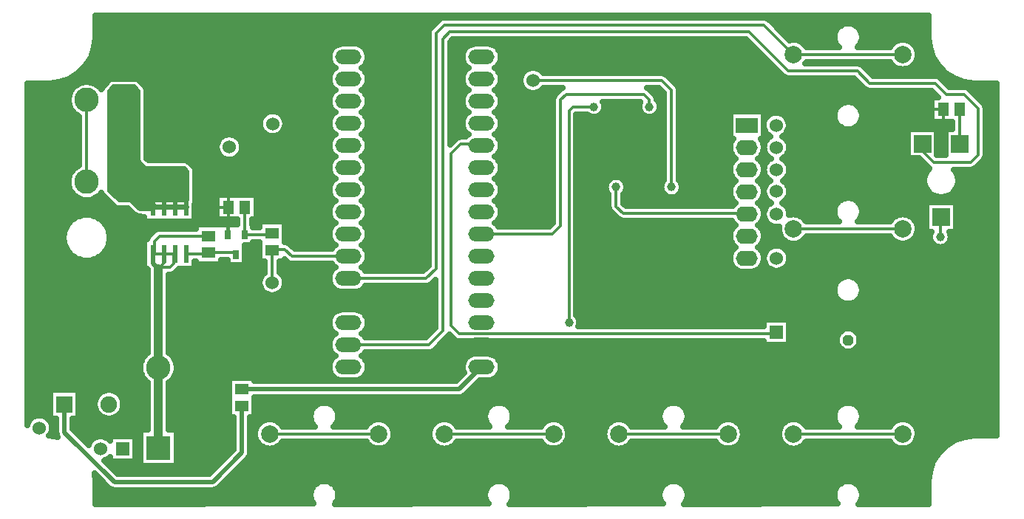
<source format=gbr>
G04 DipTrace 3.0.0.2*
G04 Top.gbr*
%MOMM*%
G04 #@! TF.FileFunction,Copper,L1,Top*
G04 #@! TF.Part,Single*
%AMOUTLINE0*5,1,8,0,0,1.32081,-112.50063*%
G04 #@! TA.AperFunction,CopperBalancing*
%ADD14C,0.33*%
G04 #@! TA.AperFunction,Conductor*
%ADD15C,0.5*%
G04 #@! TA.AperFunction,ViaPad*
%ADD16C,1.0*%
G04 #@! TA.AperFunction,Conductor*
%ADD17C,0.6*%
G04 #@! TA.AperFunction,CopperBalancing*
%ADD18C,0.635*%
%ADD19R,1.5X1.3*%
%ADD20R,1.3X1.5*%
%ADD25R,0.6X2.0*%
G04 #@! TA.AperFunction,ComponentPad*
%ADD27R,2.8X2.8*%
%ADD28C,2.8*%
%ADD29R,1.524X1.524*%
%ADD30C,1.524*%
%ADD32R,0.65X1.05*%
G04 #@! TA.AperFunction,ComponentPad*
%ADD36R,2.0X2.0*%
%ADD37C,2.0*%
%ADD38R,2.5X1.75*%
%ADD39O,2.5X1.75*%
%ADD40C,1.9*%
%ADD41R,1.9X1.9*%
%ADD42O,3.0X1.7*%
%ADD86OUTLINE0*%
%FSLAX35Y35*%
G04*
G71*
G90*
G75*
G01*
G04 Top*
%LPD*%
X6889627Y5953000D2*
D14*
X8366007D1*
X8477127Y5841880D1*
Y4730623D1*
X6302250Y4190873D2*
X7111877D1*
X7207127Y4286123D1*
Y5730750D1*
X7270627Y5794250D1*
X8159627D1*
X8223123Y5730753D1*
Y5651377D1*
X9875000Y1900000D2*
X11125000D1*
X3400000Y4500000D2*
Y4333750D1*
Y4189877D1*
X3395750Y4185627D1*
X3397127Y4333750D2*
X3400000D1*
X3000000Y2660000D2*
D16*
Y1740000D1*
X2160000Y5730000D2*
Y4790000D1*
Y4745373D1*
X2397000Y4508373D1*
X2532753D1*
D17*
X2538000Y4503127D1*
X2665000D1*
X2792000D1*
X2919000D1*
X3900000Y4010000D2*
D14*
Y3639793D1*
X3904820Y3634973D1*
X4778250Y3936873D2*
X4127377D1*
X4048000Y4016250D1*
X3906250D1*
X3900000Y4010000D1*
X4778250Y2920873D2*
X5699000D1*
X5857750Y3079623D1*
Y6429250D1*
X5937123Y6508623D1*
X9366127D1*
X9810627Y6064123D1*
X10604373D1*
X10747247Y5921250D1*
X11493373D1*
X11620373Y5794250D1*
X11826750D1*
X11985500Y5635500D1*
Y5095750D1*
X11906123Y5016373D1*
X11477503D1*
X11366377Y5127500D1*
Y5244177D1*
X11350000Y5227800D1*
X11565000Y4387800D2*
X11556877D1*
Y4159123D1*
X11555767Y4158793D2*
Y4378567D1*
X11565000Y4387800D1*
X11778627Y5619623D2*
Y5229173D1*
X11780000Y5227800D1*
X2919000Y3963127D2*
X3156377D1*
X3173000Y3979750D1*
X3466627D1*
X3490750Y3955627D1*
X4778250Y3682873D2*
X5667247D1*
X5778373Y3794000D1*
Y6492747D1*
X5873627Y6588000D1*
X9537000D1*
X9875000Y6250000D1*
X11125000D1*
X3590000Y4500000D2*
Y4189877D1*
X3585750Y4185627D1*
X3885627D1*
X3900000Y4200000D1*
X7302373Y3174873D2*
Y5603747D1*
X7350000Y5651373D1*
X7588123D1*
X1780000Y5730000D2*
Y4790000D1*
X9680000Y3067000D2*
Y3060123D1*
X9667750Y3047873D1*
X6048253D1*
X5953000Y3143127D1*
Y5111623D1*
X6064127Y5222750D1*
X6286373D1*
X6302250Y5206873D1*
X3875000Y1900000D2*
X5125000D1*
X7125000D2*
X5875000D1*
X7875000D2*
X9125000D1*
X7842123Y4730623D2*
Y4508377D1*
X7921500Y4429000D1*
X9334000D1*
X9340000Y4423000D1*
X9875000Y4250000D2*
X11125000D1*
X2538000Y3963127D2*
X2665000D1*
X2792000D1*
X2600000Y2660000D2*
D16*
Y3796913D1*
D15*
X2539877Y3857037D1*
D14*
Y3961250D1*
D17*
X2538000Y3963127D1*
X3173000Y4169750D2*
D14*
X2614000D1*
X2555750Y4111500D1*
Y3980877D1*
X2538000Y3963127D1*
X2600000Y3796913D2*
X2666700Y3863613D1*
Y3961427D1*
X2665000Y3963127D1*
X2600000Y3796913D2*
X2612667Y3809580D1*
X2730193D1*
X2777813Y3857200D1*
Y3948940D1*
X2792000Y3963127D1*
X2600000Y2660000D2*
D16*
Y1740000D1*
X3555607Y2412247D2*
D15*
Y2412727D1*
X6048103D1*
X6302250Y2666873D1*
X1526000Y2240000D2*
Y1918473D1*
X2095260Y1349213D1*
X3222267D1*
X3555607Y1682553D1*
Y2222247D1*
D16*
X8223123Y5651377D3*
X11555767Y4158793D3*
X7302373Y3174873D3*
X7588123Y5651373D3*
X7842123Y4730623D3*
X8477127D3*
Y4270250D3*
X7588127Y4730623D3*
X8016750D3*
X7064250Y4952873D3*
Y4698873D3*
Y4444873D3*
X3412747Y6381060D3*
X3905127Y6143500D3*
X2206500Y6524500D3*
X3397127Y4333750D3*
X8587453Y3682593D3*
Y3857200D3*
X1174607Y4269907D3*
Y4127047D3*
Y3984187D3*
X1365087Y4539753D3*
X1539693D3*
X1968273D3*
X2365107Y4269907D3*
Y4127047D3*
Y3984187D3*
X3031787Y1206353D3*
X3190520D3*
X1777793Y2015893D3*
X8635073Y2761940D3*
Y2904800D3*
X1777793Y2634953D3*
Y2730193D3*
X3841327Y2777813D3*
X1884147Y6639083D2*
D18*
X5799887D1*
X9610680D2*
X11415917D1*
X1884147Y6575917D2*
X5736760D1*
X9673933D2*
X10399420D1*
X10600637D2*
X11415917D1*
X1884147Y6512750D2*
X5690747D1*
X9737060D2*
X10349440D1*
X10650617D2*
X11415917D1*
X1884147Y6449583D2*
X5688267D1*
X9800190D2*
X10336417D1*
X10663640D2*
X11415917D1*
X1877573Y6386417D2*
X5688267D1*
X5947897D2*
X9363577D1*
X9978163D2*
X10349810D1*
X10650247D2*
X11021770D1*
X11228197D2*
X11422490D1*
X1868270Y6323250D2*
X4592397D1*
X4964143D2*
X5688267D1*
X5947897D2*
X6116397D1*
X6488143D2*
X9426707D1*
X11281773D2*
X11431793D1*
X1846193Y6260083D2*
X4559280D1*
X4997257D2*
X5688267D1*
X5947897D2*
X6083280D1*
X6521257D2*
X9489833D1*
X11298393D2*
X11453867D1*
X1817420Y6196917D2*
X4556800D1*
X4999613D2*
X5688267D1*
X5947897D2*
X6080800D1*
X6523613D2*
X9553083D1*
X11289960D2*
X11482517D1*
X1777733Y6133750D2*
X4583467D1*
X4973073D2*
X5688267D1*
X5947897D2*
X6107467D1*
X6497073D2*
X9616213D1*
X10657317D2*
X10998330D1*
X11251637D2*
X11522207D1*
X1719443Y6070583D2*
X4593513D1*
X4962903D2*
X5688267D1*
X5947897D2*
X6117513D1*
X6486903D2*
X6801003D1*
X6978160D2*
X9679340D1*
X10722677D2*
X11580497D1*
X1638827Y6007417D2*
X4559530D1*
X4996887D2*
X5688267D1*
X5947897D2*
X6083530D1*
X6520887D2*
X6750527D1*
X8436427D2*
X9742593D1*
X10785927D2*
X11661110D1*
X1500790Y5944250D2*
X2016923D1*
X2395493D2*
X4556553D1*
X4999863D2*
X5688267D1*
X5947897D2*
X6080553D1*
X6523863D2*
X6740110D1*
X8499557D2*
X10599470D1*
X11595180D2*
X11799273D1*
X1104100Y5881083D2*
X1631707D1*
X2457507D2*
X4582473D1*
X4974067D2*
X5688267D1*
X5947897D2*
X6106473D1*
X6498067D2*
X6759083D1*
X8557473D2*
X10662600D1*
X11658310D2*
X12195900D1*
X1104100Y5817917D2*
X1585943D1*
X2470403D2*
X4594753D1*
X4961787D2*
X5688267D1*
X5947897D2*
X6118753D1*
X6485787D2*
X6834863D1*
X6944427D2*
X7169480D1*
X8260810D2*
X8376350D1*
X8567273D2*
X11471850D1*
X11927937D2*
X12195900D1*
X1104100Y5754750D2*
X1567837D1*
X2470403D2*
X4559900D1*
X4996637D2*
X5688267D1*
X5947897D2*
X6083900D1*
X6520637D2*
X7120490D1*
X8309677D2*
X8387017D1*
X8567273D2*
X11450023D1*
X11991063D2*
X12195900D1*
X1104100Y5691583D2*
X1569943D1*
X2470403D2*
X4556430D1*
X5000110D2*
X5688267D1*
X5947897D2*
X6080430D1*
X6524110D2*
X7117017D1*
X7704690D2*
X8106600D1*
X8339690D2*
X8387017D1*
X8567273D2*
X10425093D1*
X10574840D2*
X11450023D1*
X12054067D2*
X12195900D1*
X1104100Y5628417D2*
X1593013D1*
X2470403D2*
X4581480D1*
X4974933D2*
X5688267D1*
X5947897D2*
X6105480D1*
X6498933D2*
X7117017D1*
X7709527D2*
X8101763D1*
X8344527D2*
X8386990D1*
X8567273D2*
X10357253D1*
X10642680D2*
X11450023D1*
X12075647D2*
X12195900D1*
X1104100Y5565250D2*
X1647830D1*
X2470403D2*
X3807327D1*
X4010280D2*
X4595993D1*
X4960547D2*
X5688267D1*
X5947897D2*
X6119993D1*
X6484547D2*
X7117017D1*
X7392523D2*
X7502110D1*
X7674057D2*
X8137110D1*
X8309057D2*
X8387017D1*
X8567273D2*
X9141327D1*
X9538623D2*
X9598600D1*
X9751323D2*
X10337160D1*
X10662897D2*
X11450023D1*
X12075647D2*
X12195900D1*
X1104100Y5502083D2*
X1689877D1*
X2470403D2*
X3765903D1*
X4051703D2*
X4560273D1*
X4996267D2*
X5688267D1*
X5947897D2*
X6084273D1*
X6520267D2*
X7117017D1*
X7392523D2*
X8387017D1*
X8567273D2*
X9141327D1*
X9810730D2*
X10343860D1*
X10656200D2*
X11450023D1*
X12075647D2*
X12195900D1*
X1104100Y5438917D2*
X1689877D1*
X2470403D2*
X3760197D1*
X4057407D2*
X4556180D1*
X5000357D2*
X5688267D1*
X5947897D2*
X6080180D1*
X6524357D2*
X7117017D1*
X7392523D2*
X8387017D1*
X8567273D2*
X9141327D1*
X9824870D2*
X10382307D1*
X10617753D2*
X11688520D1*
X12075647D2*
X12195900D1*
X1104100Y5375750D2*
X1689877D1*
X2470403D2*
X3784753D1*
X4032850D2*
X4580613D1*
X4975927D2*
X5688267D1*
X5947897D2*
X6104613D1*
X6499927D2*
X7117017D1*
X7392523D2*
X8387017D1*
X8567273D2*
X9141327D1*
X9809617D2*
X11176303D1*
X11523620D2*
X11606417D1*
X12075647D2*
X12195900D1*
X1104100Y5312583D2*
X1689877D1*
X2470403D2*
X3330457D1*
X3495583D2*
X4597233D1*
X4959183D2*
X5688267D1*
X5947897D2*
X6121233D1*
X6483183D2*
X7117017D1*
X7392523D2*
X8387017D1*
X8567273D2*
X9141327D1*
X9538623D2*
X9602693D1*
X9752067D2*
X11176303D1*
X11523620D2*
X11606417D1*
X12075647D2*
X12195900D1*
X1104100Y5249417D2*
X1689877D1*
X2470403D2*
X3275640D1*
X3550400D2*
X4560647D1*
X4995770D2*
X5688267D1*
X6519770D2*
X7117017D1*
X7392523D2*
X8387017D1*
X8567273D2*
X9155343D1*
X9814577D2*
X11176303D1*
X11523620D2*
X11606417D1*
X12075647D2*
X12195900D1*
X1104100Y5186250D2*
X1689877D1*
X2470403D2*
X3263237D1*
X3562803D2*
X4556057D1*
X5000483D2*
X5688267D1*
X6524483D2*
X7117017D1*
X7392523D2*
X8387017D1*
X8567273D2*
X9141327D1*
X9829830D2*
X11176303D1*
X11523620D2*
X11606417D1*
X12075647D2*
X12195900D1*
X1104100Y5123083D2*
X1689877D1*
X2470403D2*
X3280227D1*
X3545687D2*
X4579747D1*
X4976793D2*
X5688267D1*
X6500793D2*
X7117017D1*
X7392523D2*
X8387017D1*
X8567273D2*
X9154227D1*
X9815817D2*
X11176303D1*
X11523620D2*
X11606417D1*
X12075647D2*
X12195900D1*
X1104100Y5059917D2*
X1689877D1*
X2470403D2*
X3348317D1*
X3477723D2*
X4598597D1*
X4957943D2*
X5688267D1*
X6481943D2*
X7117017D1*
X7392523D2*
X8387017D1*
X8567273D2*
X9204950D1*
X9475000D2*
X9603313D1*
X9756657D2*
X11309133D1*
X12067587D2*
X12195900D1*
X1104100Y4996750D2*
X1689877D1*
X2977907D2*
X4561017D1*
X4995397D2*
X5688267D1*
X6519397D2*
X7117017D1*
X7392523D2*
X8387017D1*
X8567273D2*
X9155963D1*
X9813337D2*
X11372383D1*
X12011280D2*
X12195900D1*
X1104100Y4933583D2*
X1624143D1*
X3024790D2*
X4555810D1*
X5000607D2*
X5688267D1*
X6524607D2*
X7117017D1*
X7392523D2*
X8387017D1*
X8567273D2*
X9141327D1*
X9829830D2*
X11413190D1*
X11925207D2*
X12195900D1*
X1104100Y4870417D2*
X1582593D1*
X3026030D2*
X4578877D1*
X4977663D2*
X5688267D1*
X6501663D2*
X7117017D1*
X7392523D2*
X8387017D1*
X8567273D2*
X9153730D1*
X9816933D2*
X11376850D1*
X11753187D2*
X12195900D1*
X1104100Y4807250D2*
X1567093D1*
X3026153D2*
X4599960D1*
X4956577D2*
X5688267D1*
X6480577D2*
X7117017D1*
X7392523D2*
X7746933D1*
X7937233D2*
X8381933D1*
X8572233D2*
X9203213D1*
X9476860D2*
X9599347D1*
X9760627D2*
X11366307D1*
X11763603D2*
X12195900D1*
X1104100Y4744083D2*
X1571557D1*
X3026153D2*
X4561513D1*
X4995027D2*
X5688267D1*
X6519027D2*
X7117017D1*
X7392523D2*
X7719273D1*
X7965013D2*
X8354273D1*
X8600013D2*
X9156707D1*
X9814700D2*
X11377223D1*
X11752813D2*
X12195900D1*
X1104100Y4680917D2*
X1597353D1*
X3026153D2*
X4555683D1*
X5000853D2*
X5688267D1*
X6524853D2*
X7117017D1*
X7392523D2*
X7729570D1*
X7954720D2*
X8364570D1*
X8589720D2*
X9141450D1*
X9829830D2*
X11414180D1*
X11715857D2*
X12195900D1*
X1104100Y4617750D2*
X1658373D1*
X1901633D2*
X1979843D1*
X3026153D2*
X3261377D1*
X3728623D2*
X4578010D1*
X4978530D2*
X5688267D1*
X6502530D2*
X7117017D1*
X7392523D2*
X7752017D1*
X7932273D2*
X8438860D1*
X8515307D2*
X9153110D1*
X9815693D2*
X11529400D1*
X11600637D2*
X12195900D1*
X1104100Y4554583D2*
X2042970D1*
X3026277D2*
X3261377D1*
X3728623D2*
X4601327D1*
X4955213D2*
X5688267D1*
X6479213D2*
X7117017D1*
X7392523D2*
X7752017D1*
X7932273D2*
X9201480D1*
X9478597D2*
X9603933D1*
X9756037D2*
X10376230D1*
X10623830D2*
X11391360D1*
X11738677D2*
X12195900D1*
X1104100Y4491417D2*
X2117880D1*
X3022680D2*
X3261377D1*
X3728623D2*
X4561887D1*
X4994653D2*
X5688267D1*
X6518653D2*
X7117017D1*
X7392523D2*
X7753753D1*
X9810857D2*
X10341873D1*
X10658060D2*
X11391360D1*
X11738677D2*
X12195900D1*
X1104100Y4428250D2*
X2304907D1*
X3022680D2*
X3261377D1*
X3728623D2*
X4555560D1*
X5000980D2*
X5688267D1*
X6524980D2*
X7117017D1*
X7392523D2*
X7797410D1*
X9829583D2*
X10337907D1*
X10662153D2*
X11391360D1*
X11738677D2*
X12195900D1*
X1104100Y4365083D2*
X1623893D1*
X1936110D2*
X2434387D1*
X3022680D2*
X3261377D1*
X3728623D2*
X4577140D1*
X4979273D2*
X5688267D1*
X6503273D2*
X7117017D1*
X7392523D2*
X7861033D1*
X10002720D2*
X10361223D1*
X10638713D2*
X10997213D1*
X11252753D2*
X11391360D1*
X11738677D2*
X12195900D1*
X1104100Y4301917D2*
X1560147D1*
X1999860D2*
X3024367D1*
X3691910D2*
X3751393D1*
X4048603D2*
X4602690D1*
X4953850D2*
X5688267D1*
X6477850D2*
X7098167D1*
X7392523D2*
X9199743D1*
X9480333D2*
X9592153D1*
X11290330D2*
X11391360D1*
X11738677D2*
X12195900D1*
X1104100Y4238750D2*
X1527033D1*
X2032973D2*
X2560147D1*
X4048603D2*
X4562383D1*
X4994157D2*
X5688267D1*
X7392523D2*
X9157947D1*
X9522003D2*
X9701790D1*
X11298270D2*
X11391360D1*
X11738677D2*
X12195900D1*
X1104100Y4175583D2*
X1512770D1*
X2047237D2*
X2495037D1*
X4048603D2*
X4555437D1*
X5001103D2*
X5688267D1*
X7392523D2*
X9141450D1*
X9538500D2*
X9718780D1*
X11281153D2*
X11433280D1*
X11678153D2*
X12195900D1*
X1104100Y4112417D2*
X1514257D1*
X2045747D2*
X2434387D1*
X4048603D2*
X4576397D1*
X4980143D2*
X5688267D1*
X7392523D2*
X9152117D1*
X9527957D2*
X9773473D1*
X9976550D2*
X11023507D1*
X11226460D2*
X11441713D1*
X11669843D2*
X12195900D1*
X1104100Y4049250D2*
X1531747D1*
X2028260D2*
X2434387D1*
X3596910D2*
X3751393D1*
X4139760D2*
X4604177D1*
X4952360D2*
X5688267D1*
X7392523D2*
X9198130D1*
X9481947D2*
X9623033D1*
X9737060D2*
X11507447D1*
X11603987D2*
X12195900D1*
X1104100Y3986083D2*
X1569200D1*
X1990807D2*
X2434387D1*
X3596910D2*
X3751393D1*
X4993660D2*
X5688267D1*
X7392523D2*
X9158690D1*
X9810980D2*
X12195900D1*
X1104100Y3922917D2*
X1642870D1*
X1917137D2*
X2434387D1*
X3596910D2*
X3751393D1*
X5001227D2*
X5688267D1*
X7392523D2*
X9141577D1*
X9829583D2*
X12195900D1*
X1104100Y3859750D2*
X2434387D1*
X3321700D2*
X3384657D1*
X3596910D2*
X3809933D1*
X3990063D2*
X4088363D1*
X4980887D2*
X5688267D1*
X7392523D2*
X9151497D1*
X9818793D2*
X12195900D1*
X1104100Y3796583D2*
X2434387D1*
X3022680D2*
X3809933D1*
X3990063D2*
X4605543D1*
X4950873D2*
X5656143D1*
X7392523D2*
X9196517D1*
X9483557D2*
X9592650D1*
X9767447D2*
X12195900D1*
X1104100Y3733417D2*
X2476433D1*
X2771410D2*
X3794057D1*
X4015613D2*
X4563250D1*
X7392523D2*
X12195900D1*
X1104100Y3670250D2*
X2476433D1*
X2723660D2*
X3759330D1*
X4050213D2*
X4555190D1*
X7392523D2*
X10392227D1*
X10607707D2*
X12195900D1*
X1104100Y3607083D2*
X2476433D1*
X2723660D2*
X3757717D1*
X4051950D2*
X4574783D1*
X5709277D2*
X5767640D1*
X7392523D2*
X10347083D1*
X10652973D2*
X12195900D1*
X1104100Y3543917D2*
X2476433D1*
X2723660D2*
X3787607D1*
X4022060D2*
X4644610D1*
X4911930D2*
X5767640D1*
X7392523D2*
X10336417D1*
X10663517D2*
X12195900D1*
X1104100Y3480750D2*
X2476433D1*
X2723660D2*
X5767640D1*
X7392523D2*
X10352417D1*
X10647517D2*
X12195900D1*
X1104100Y3417583D2*
X2476433D1*
X2723660D2*
X5767640D1*
X7392523D2*
X10408723D1*
X10591210D2*
X12195900D1*
X1104100Y3354417D2*
X2476433D1*
X2723660D2*
X5767640D1*
X7392523D2*
X12195900D1*
X1104100Y3291250D2*
X2476433D1*
X2723660D2*
X4608643D1*
X4947773D2*
X5767640D1*
X7392523D2*
X12195900D1*
X1104100Y3228083D2*
X2476433D1*
X2723660D2*
X4564243D1*
X4992297D2*
X5767640D1*
X7413233D2*
X12195900D1*
X1104100Y3164917D2*
X2476433D1*
X2723660D2*
X4554940D1*
X5001600D2*
X5767640D1*
X7425637D2*
X9530140D1*
X9829830D2*
X12195900D1*
X1104100Y3101750D2*
X2476433D1*
X2723660D2*
X4573297D1*
X4983243D2*
X5755117D1*
X9829830D2*
X10446923D1*
X10553137D2*
X12195900D1*
X1104100Y3038583D2*
X2476433D1*
X2723660D2*
X4610253D1*
X4946283D2*
X5691863D1*
X9829830D2*
X10375980D1*
X10623953D2*
X12195900D1*
X1104100Y2975417D2*
X2476433D1*
X2723660D2*
X4564737D1*
X5878320D2*
X5999937D1*
X9829830D2*
X10365440D1*
X10634620D2*
X12195900D1*
X1104100Y2912250D2*
X2476433D1*
X2723660D2*
X4554817D1*
X5815193D2*
X10378213D1*
X10621843D2*
X12195900D1*
X1104100Y2849083D2*
X2476433D1*
X2723660D2*
X4572553D1*
X5748467D2*
X10461433D1*
X10538500D2*
X12195900D1*
X1104100Y2785917D2*
X2428930D1*
X2771037D2*
X4611867D1*
X4944547D2*
X6135867D1*
X6468547D2*
X12195900D1*
X1104100Y2722750D2*
X2396063D1*
X2803903D2*
X4565233D1*
X4991303D2*
X6089233D1*
X6515303D2*
X12195900D1*
X1104100Y2659583D2*
X2386390D1*
X2813700D2*
X4554817D1*
X5001723D2*
X6078817D1*
X6525723D2*
X12195900D1*
X1104100Y2596417D2*
X2396313D1*
X2803657D2*
X4571933D1*
X4984607D2*
X6094940D1*
X6508607D2*
X12195900D1*
X1104100Y2533250D2*
X2429673D1*
X2770417D2*
X3406980D1*
X3704190D2*
X4633820D1*
X4922597D2*
X6031810D1*
X6446597D2*
X12195900D1*
X1104100Y2470083D2*
X2476433D1*
X2723660D2*
X3406980D1*
X6242330D2*
X12195900D1*
X1104100Y2406917D2*
X2476433D1*
X2723660D2*
X3406980D1*
X6179077D2*
X12195900D1*
X1104100Y2343750D2*
X1357367D1*
X1694637D2*
X1902823D1*
X2165183D2*
X2476433D1*
X2723660D2*
X3406980D1*
X6115700D2*
X12195900D1*
X1104100Y2280583D2*
X1357367D1*
X1694637D2*
X1870577D1*
X2197430D2*
X2476433D1*
X2723660D2*
X3406980D1*
X3704190D2*
X12195900D1*
X1104100Y2217417D2*
X1357367D1*
X1694637D2*
X1866980D1*
X2201027D2*
X2476433D1*
X2723660D2*
X3406980D1*
X3704190D2*
X4388997D1*
X4611050D2*
X6389000D1*
X6611050D2*
X8389000D1*
X8611053D2*
X10389003D1*
X10611053D2*
X12195900D1*
X1104100Y2154250D2*
X1357367D1*
X1694637D2*
X1889923D1*
X2178080D2*
X2476433D1*
X2723660D2*
X3406980D1*
X3704190D2*
X4345960D1*
X4653960D2*
X6345963D1*
X6653963D2*
X8345963D1*
X8653963D2*
X10345967D1*
X10653967D2*
X12195900D1*
X1104100Y2091083D2*
X1157567D1*
X1318600D2*
X1357367D1*
X1694637D2*
X1963100D1*
X2104907D2*
X2476433D1*
X2723660D2*
X3406980D1*
X3704190D2*
X4336660D1*
X4663387D2*
X6336660D1*
X6663390D2*
X8336663D1*
X8663390D2*
X10336667D1*
X10663393D2*
X12195900D1*
X1374907Y2027917D2*
X1427440D1*
X1624563D2*
X2476433D1*
X2723660D2*
X3456960D1*
X3654207D2*
X3760820D1*
X3989197D2*
X4353900D1*
X4646147D2*
X5010850D1*
X5239103D2*
X5760820D1*
X5989197D2*
X6353900D1*
X6646150D2*
X7010853D1*
X7239107D2*
X7760823D1*
X7989200D2*
X8353903D1*
X8646150D2*
X9010853D1*
X9239107D2*
X9760823D1*
X9989200D2*
X10353903D1*
X10646153D2*
X11010857D1*
X11239110D2*
X12195900D1*
X1387927Y1964750D2*
X1427440D1*
X1624563D2*
X2476433D1*
X2723660D2*
X3456960D1*
X3654207D2*
X3714433D1*
X5285613D2*
X5714437D1*
X7285613D2*
X7714437D1*
X9285617D2*
X9714440D1*
X11285617D2*
X12195900D1*
X1371557Y1901583D2*
X1428930D1*
X1679753D2*
X2386390D1*
X2813700D2*
X3456960D1*
X3654207D2*
X3701410D1*
X5298633D2*
X5701413D1*
X7298637D2*
X7701417D1*
X9298640D2*
X9701417D1*
X11298640D2*
X12195900D1*
X1742883Y1838417D2*
X1835973D1*
X2340303D2*
X2386390D1*
X2813700D2*
X3456960D1*
X3654207D2*
X3713070D1*
X5286853D2*
X5713070D1*
X7286853D2*
X7713073D1*
X9286857D2*
X9713077D1*
X11286857D2*
X11749787D1*
X2340303Y1775250D2*
X2386390D1*
X2813700D2*
X3456960D1*
X3654207D2*
X3757223D1*
X3992793D2*
X5007130D1*
X5242823D2*
X5757223D1*
X5992793D2*
X7007133D1*
X7242827D2*
X7757227D1*
X7992797D2*
X9007133D1*
X9242827D2*
X9757227D1*
X9992797D2*
X11007137D1*
X11242830D2*
X11633577D1*
X2340303Y1712083D2*
X2386390D1*
X2813700D2*
X3448280D1*
X3654207D2*
X11563133D1*
X2340303Y1648917D2*
X2386390D1*
X2813700D2*
X3385150D1*
X3647883D2*
X11511417D1*
X1995520Y1585750D2*
X2386390D1*
X2813700D2*
X3322023D1*
X3595670D2*
X11471727D1*
X2058770Y1522583D2*
X3258770D1*
X3532417D2*
X11447790D1*
X2121897Y1459417D2*
X3195643D1*
X3469290D2*
X11427577D1*
X1879557Y1396250D2*
X1911330D1*
X3406160D2*
X11420507D1*
X1884147Y1333083D2*
X1974510D1*
X3342910D2*
X4409833D1*
X4590213D2*
X6409833D1*
X6590213D2*
X8409837D1*
X8590217D2*
X10409840D1*
X10590220D2*
X11415917D1*
X1884147Y1269917D2*
X2041730D1*
X3275813D2*
X4352783D1*
X4647263D2*
X6352783D1*
X6647267D2*
X8352787D1*
X8647267D2*
X10352787D1*
X10647270D2*
X11415917D1*
X1884147Y1206750D2*
X4336537D1*
X4663510D2*
X6336537D1*
X6663513D2*
X8336540D1*
X8663513D2*
X10336540D1*
X10663517D2*
X11415917D1*
X1884147Y1143583D2*
X4346830D1*
X4653217D2*
X6346830D1*
X6653220D2*
X8346833D1*
X8653220D2*
X10346833D1*
X10653223D2*
X11415917D1*
X10404693Y2890857D2*
X10384547Y2912173D1*
X10376820Y2925977D1*
X10372527Y2941200D1*
X10371697Y2951727D1*
X10372527Y3012800D1*
X10376820Y3028023D1*
X10384547Y3041827D1*
X10391407Y3049853D1*
X10435173Y3092453D1*
X10448977Y3100180D1*
X10464200Y3104473D1*
X10474727Y3105303D1*
X10535800Y3104473D1*
X10551023Y3100180D1*
X10564827Y3092453D1*
X10572853Y3085593D1*
X10615453Y3041827D1*
X10623180Y3028023D1*
X10627473Y3012800D1*
X10628303Y3002273D1*
X10627477Y2941200D1*
X10623180Y2925977D1*
X10615453Y2912173D1*
X10608593Y2904147D1*
X10564827Y2861547D1*
X10551023Y2853820D1*
X10535800Y2849523D1*
X10525273Y2848697D1*
X10464200Y2849523D1*
X10448977Y2853820D1*
X10435173Y2861547D1*
X10427147Y2868407D1*
X10404693Y2890857D1*
X1696227Y5540540D2*
X1671690Y5553257D1*
X1645377Y5572377D1*
X1622377Y5595377D1*
X1603257Y5621690D1*
X1588490Y5650673D1*
X1578437Y5681610D1*
X1573350Y5713737D1*
Y5746263D1*
X1578437Y5778390D1*
X1588490Y5809327D1*
X1603257Y5838310D1*
X1622377Y5864623D1*
X1645377Y5887623D1*
X1671690Y5906743D1*
X1700673Y5921510D1*
X1731610Y5931563D1*
X1763737Y5936650D1*
X1796263D1*
X1828390Y5931563D1*
X1859327Y5921510D1*
X1888310Y5906743D1*
X1914623Y5887623D1*
X1937623Y5864623D1*
X1949220Y5849570D1*
X1952003Y5862667D1*
X1958627Y5877033D1*
X1968420Y5889453D1*
X2039947Y5959813D1*
X2053750Y5967540D1*
X2068973Y5971837D1*
X2079637Y5972663D1*
X2338777Y5971933D1*
X2354283Y5968813D1*
X2368633Y5962163D1*
X2381583Y5951753D1*
X2448020Y5885067D1*
X2456810Y5871917D1*
X2462283Y5857077D1*
X2464110Y5840520D1*
X2464143Y5059647D1*
X2488197Y5035647D1*
X2910080Y5035417D1*
X2925593Y5032330D1*
X2939960Y5025707D1*
X2952957Y5015293D1*
X3003587Y4964413D1*
X3012377Y4951263D1*
X3017850Y4936423D1*
X3019677Y4919867D1*
X3019713Y4550760D1*
X3016287Y4534293D1*
X3016290Y4335837D1*
X2440710D1*
Y4391027D1*
X2387797Y4391443D1*
X2369620Y4394323D1*
X2352113Y4400010D1*
X2335717Y4408367D1*
X2320827Y4419187D1*
X2250833Y4488667D1*
X2137720Y4488913D1*
X2122207Y4492000D1*
X2107840Y4498623D1*
X2094843Y4509037D1*
X1964830Y4639300D1*
X1956043Y4652450D1*
X1950363Y4668323D1*
X1947700Y4668157D1*
X1926577Y4643423D1*
X1901843Y4622300D1*
X1874107Y4605303D1*
X1844057Y4592857D1*
X1812427Y4585263D1*
X1780000Y4582710D1*
X1747573Y4585263D1*
X1715943Y4592857D1*
X1685893Y4605303D1*
X1658157Y4622300D1*
X1633423Y4643423D1*
X1612300Y4668157D1*
X1595303Y4695893D1*
X1582857Y4725943D1*
X1575263Y4757573D1*
X1572710Y4790000D1*
X1575263Y4822427D1*
X1582857Y4854057D1*
X1595303Y4884107D1*
X1612300Y4911843D1*
X1633423Y4936577D1*
X1658157Y4957700D1*
X1685893Y4974697D1*
X1696227Y4979460D1*
X1696210Y5540467D1*
X2424460Y1947290D2*
X2482627D1*
X2482710Y2488977D1*
X2465377Y2502377D1*
X2442377Y2525377D1*
X2423257Y2551690D1*
X2408490Y2580673D1*
X2398437Y2611610D1*
X2393350Y2643737D1*
Y2676263D1*
X2398437Y2708390D1*
X2408490Y2739327D1*
X2423257Y2768310D1*
X2442377Y2794623D1*
X2465377Y2817623D1*
X2482757Y2830773D1*
X2482710Y3783780D1*
X2470870Y3795830D1*
X2440710Y3795837D1*
Y4130417D1*
X2474273Y4131060D1*
X2481093Y4149540D1*
X2492037Y4165917D1*
X2559583Y4233463D1*
X2575960Y4244407D1*
X2594440Y4251227D1*
X2614000Y4253540D1*
X2614847Y4253507D1*
X3030593Y4253540D1*
X3030710Y4302040D1*
X3296060D1*
X3295960Y4305417D1*
X3506177D1*
X3506210Y4357680D1*
X3267710Y4357710D1*
Y4642290D1*
X3722290D1*
Y4357710D1*
X3673797D1*
X3673790Y4305407D1*
X3685540Y4305417D1*
Y4269327D1*
X3757770Y4269417D1*
X3757710Y4332290D1*
X4042290D1*
Y4099993D1*
X4061107Y4099010D1*
X4080067Y4093663D1*
X4097250Y4084037D1*
X4107250Y4075500D1*
X4162060Y4020687D1*
X4586140Y4020663D1*
X4597447Y4035777D1*
X4614347Y4052677D1*
X4629290Y4063790D1*
X4614347Y4075070D1*
X4597447Y4091970D1*
X4583400Y4111303D1*
X4572553Y4132593D1*
X4565167Y4155323D1*
X4561430Y4178923D1*
Y4202823D1*
X4565167Y4226423D1*
X4572553Y4249153D1*
X4583400Y4270443D1*
X4597447Y4289777D1*
X4614347Y4306677D1*
X4629290Y4317790D1*
X4614347Y4329070D1*
X4597447Y4345970D1*
X4583400Y4365303D1*
X4572553Y4386593D1*
X4565167Y4409323D1*
X4561430Y4432923D1*
Y4456823D1*
X4565167Y4480423D1*
X4572553Y4503153D1*
X4583400Y4524443D1*
X4597447Y4543777D1*
X4614347Y4560677D1*
X4629290Y4571790D1*
X4614347Y4583070D1*
X4597447Y4599970D1*
X4583400Y4619303D1*
X4572553Y4640593D1*
X4565167Y4663323D1*
X4561430Y4686923D1*
Y4710823D1*
X4565167Y4734423D1*
X4572553Y4757153D1*
X4583400Y4778443D1*
X4597447Y4797777D1*
X4614347Y4814677D1*
X4629290Y4825790D1*
X4614347Y4837070D1*
X4597447Y4853970D1*
X4583400Y4873303D1*
X4572553Y4894593D1*
X4565167Y4917323D1*
X4561430Y4940923D1*
Y4964823D1*
X4565167Y4988423D1*
X4572553Y5011153D1*
X4583400Y5032443D1*
X4597447Y5051777D1*
X4614347Y5068677D1*
X4629290Y5079790D1*
X4614347Y5091070D1*
X4597447Y5107970D1*
X4583400Y5127303D1*
X4572553Y5148593D1*
X4565167Y5171323D1*
X4561430Y5194923D1*
Y5218823D1*
X4565167Y5242423D1*
X4572553Y5265153D1*
X4583400Y5286443D1*
X4597447Y5305777D1*
X4614347Y5322677D1*
X4629290Y5333790D1*
X4614347Y5345070D1*
X4597447Y5361970D1*
X4583400Y5381303D1*
X4572553Y5402593D1*
X4565167Y5425323D1*
X4561430Y5448923D1*
Y5472823D1*
X4565167Y5496423D1*
X4572553Y5519153D1*
X4583400Y5540443D1*
X4597447Y5559777D1*
X4614347Y5576677D1*
X4629290Y5587790D1*
X4614347Y5599070D1*
X4597447Y5615970D1*
X4583400Y5635303D1*
X4572553Y5656593D1*
X4565167Y5679323D1*
X4561430Y5702923D1*
Y5726823D1*
X4565167Y5750423D1*
X4572553Y5773153D1*
X4583400Y5794443D1*
X4597447Y5813777D1*
X4614347Y5830677D1*
X4629290Y5841790D1*
X4614347Y5853070D1*
X4597447Y5869970D1*
X4583400Y5889303D1*
X4572553Y5910593D1*
X4565167Y5933323D1*
X4561430Y5956923D1*
Y5980823D1*
X4565167Y6004423D1*
X4572553Y6027153D1*
X4583400Y6048443D1*
X4597447Y6067777D1*
X4614347Y6084677D1*
X4629290Y6095790D1*
X4614347Y6107070D1*
X4597447Y6123970D1*
X4583400Y6143303D1*
X4572553Y6164593D1*
X4565167Y6187323D1*
X4561430Y6210923D1*
Y6234823D1*
X4565167Y6258423D1*
X4572553Y6281153D1*
X4583400Y6302443D1*
X4597447Y6321777D1*
X4614347Y6338677D1*
X4633680Y6352723D1*
X4654970Y6363570D1*
X4677700Y6370957D1*
X4701300Y6374693D1*
X4840250Y6375163D1*
X4867073Y6373290D1*
X4890310Y6367710D1*
X4912387Y6358563D1*
X4932763Y6346080D1*
X4950937Y6330560D1*
X4966457Y6312387D1*
X4978940Y6292010D1*
X4988087Y6269933D1*
X4993667Y6246697D1*
X4995540Y6222873D1*
X4993667Y6199050D1*
X4988087Y6175813D1*
X4978940Y6153737D1*
X4966457Y6133360D1*
X4950937Y6115187D1*
X4932763Y6099667D1*
X4927210Y6095957D1*
X4942153Y6084677D1*
X4959053Y6067777D1*
X4973100Y6048443D1*
X4983947Y6027153D1*
X4991333Y6004423D1*
X4995070Y5980823D1*
Y5956923D1*
X4991333Y5933323D1*
X4983947Y5910593D1*
X4973100Y5889303D1*
X4959053Y5869970D1*
X4942153Y5853070D1*
X4927210Y5841957D1*
X4942153Y5830677D1*
X4959053Y5813777D1*
X4973100Y5794443D1*
X4983947Y5773153D1*
X4991333Y5750423D1*
X4995070Y5726823D1*
Y5702923D1*
X4991333Y5679323D1*
X4983947Y5656593D1*
X4973100Y5635303D1*
X4959053Y5615970D1*
X4942153Y5599070D1*
X4927210Y5587957D1*
X4942153Y5576677D1*
X4959053Y5559777D1*
X4973100Y5540443D1*
X4983947Y5519153D1*
X4991333Y5496423D1*
X4995070Y5472823D1*
Y5448923D1*
X4991333Y5425323D1*
X4983947Y5402593D1*
X4973100Y5381303D1*
X4959053Y5361970D1*
X4942153Y5345070D1*
X4927210Y5333957D1*
X4942153Y5322677D1*
X4959053Y5305777D1*
X4973100Y5286443D1*
X4983947Y5265153D1*
X4991333Y5242423D1*
X4995070Y5218823D1*
Y5194923D1*
X4991333Y5171323D1*
X4983947Y5148593D1*
X4973100Y5127303D1*
X4959053Y5107970D1*
X4942153Y5091070D1*
X4927210Y5079957D1*
X4942153Y5068677D1*
X4959053Y5051777D1*
X4973100Y5032443D1*
X4983947Y5011153D1*
X4991333Y4988423D1*
X4995070Y4964823D1*
Y4940923D1*
X4991333Y4917323D1*
X4983947Y4894593D1*
X4973100Y4873303D1*
X4959053Y4853970D1*
X4942153Y4837070D1*
X4927210Y4825957D1*
X4942153Y4814677D1*
X4959053Y4797777D1*
X4973100Y4778443D1*
X4983947Y4757153D1*
X4991333Y4734423D1*
X4995070Y4710823D1*
Y4686923D1*
X4991333Y4663323D1*
X4983947Y4640593D1*
X4973100Y4619303D1*
X4959053Y4599970D1*
X4942153Y4583070D1*
X4927210Y4571957D1*
X4942153Y4560677D1*
X4959053Y4543777D1*
X4973100Y4524443D1*
X4983947Y4503153D1*
X4991333Y4480423D1*
X4995070Y4456823D1*
Y4432923D1*
X4991333Y4409323D1*
X4983947Y4386593D1*
X4973100Y4365303D1*
X4959053Y4345970D1*
X4942153Y4329070D1*
X4927210Y4317957D1*
X4942153Y4306677D1*
X4959053Y4289777D1*
X4973100Y4270443D1*
X4983947Y4249153D1*
X4991333Y4226423D1*
X4995070Y4202823D1*
Y4178923D1*
X4991333Y4155323D1*
X4983947Y4132593D1*
X4973100Y4111303D1*
X4959053Y4091970D1*
X4942153Y4075070D1*
X4927210Y4063957D1*
X4942153Y4052677D1*
X4959053Y4035777D1*
X4973100Y4016443D1*
X4983947Y3995153D1*
X4991333Y3972423D1*
X4995070Y3948823D1*
Y3924923D1*
X4991333Y3901323D1*
X4983947Y3878593D1*
X4973100Y3857303D1*
X4959053Y3837970D1*
X4942153Y3821070D1*
X4927210Y3809957D1*
X4942153Y3798677D1*
X4959053Y3781777D1*
X4970323Y3766600D1*
X5632647Y3766663D1*
X5694557Y3828680D1*
X5694840Y6499320D1*
X5698683Y6518640D1*
X5706930Y6536527D1*
X5719123Y6551997D1*
X5719747Y6552570D1*
X5819210Y6651713D1*
X5835587Y6662657D1*
X5854067Y6669477D1*
X5873627Y6671790D1*
X5874473Y6671757D1*
X9543573Y6671533D1*
X9562893Y6667690D1*
X9580780Y6659443D1*
X9596250Y6647250D1*
X9596823Y6646627D1*
X9831893Y6411603D1*
X9848830Y6415230D1*
X9875000Y6417290D1*
X9901170Y6415230D1*
X9926697Y6409103D1*
X9950947Y6399057D1*
X9973330Y6385340D1*
X9993293Y6368293D1*
X10010340Y6348330D1*
X10019670Y6333783D1*
X10394037Y6333790D1*
X10380397Y6347847D1*
X10365887Y6367817D1*
X10354683Y6389807D1*
X10347057Y6413280D1*
X10343193Y6437660D1*
Y6462340D1*
X10347057Y6486720D1*
X10354683Y6510193D1*
X10365887Y6532183D1*
X10380397Y6552153D1*
X10397847Y6569603D1*
X10417817Y6584113D1*
X10439807Y6595317D1*
X10463280Y6602943D1*
X10487660Y6606807D1*
X10512340D1*
X10536720Y6602943D1*
X10560193Y6595317D1*
X10582183Y6584113D1*
X10602153Y6569603D1*
X10619603Y6552153D1*
X10634113Y6532183D1*
X10645317Y6510193D1*
X10652943Y6486720D1*
X10656807Y6462340D1*
Y6437660D1*
X10652943Y6413280D1*
X10645317Y6389807D1*
X10634113Y6367817D1*
X10619603Y6347847D1*
X10605800Y6333770D1*
X10980173Y6333790D1*
X10989660Y6348330D1*
X11006707Y6368293D1*
X11026670Y6385340D1*
X11049053Y6399057D1*
X11073303Y6409103D1*
X11098830Y6415230D1*
X11125000Y6417290D1*
X11151170Y6415230D1*
X11176697Y6409103D1*
X11200947Y6399057D1*
X11223330Y6385340D1*
X11243293Y6368293D1*
X11260340Y6348330D1*
X11274057Y6325947D1*
X11284103Y6301697D1*
X11290230Y6276170D1*
X11292290Y6250000D1*
X11290230Y6223830D1*
X11284103Y6198303D1*
X11274057Y6174053D1*
X11260340Y6151670D1*
X11243293Y6131707D1*
X11223330Y6114660D1*
X11200947Y6100943D1*
X11176697Y6090897D1*
X11151170Y6084770D1*
X11125000Y6082710D1*
X11098830Y6084770D1*
X11073303Y6090897D1*
X11049053Y6100943D1*
X11026670Y6114660D1*
X11006707Y6131707D1*
X10989660Y6151670D1*
X10980330Y6166217D1*
X10019827Y6166210D1*
X10007323Y6147840D1*
X10610947Y6147657D1*
X10630267Y6143813D1*
X10648153Y6135567D1*
X10663623Y6123373D1*
X10664197Y6122750D1*
X10781927Y6005067D1*
X11499947Y6004783D1*
X11519267Y6000940D1*
X11537153Y5992693D1*
X11552623Y5980500D1*
X11553197Y5979877D1*
X11655140Y5877980D1*
X11833323Y5877783D1*
X11852643Y5873940D1*
X11870530Y5865693D1*
X11886000Y5853500D1*
X11886573Y5852877D1*
X12049213Y5689917D1*
X12060157Y5673540D1*
X12066977Y5655060D1*
X12069290Y5635500D1*
X12069257Y5634653D1*
X12069033Y5089177D1*
X12065190Y5069857D1*
X12056943Y5051970D1*
X12044750Y5036500D1*
X12044127Y5035927D1*
X11960540Y4952660D1*
X11944163Y4941717D1*
X11925683Y4934897D1*
X11906123Y4932583D1*
X11905277Y4932617D1*
X11711283Y4932583D1*
X11728953Y4908270D1*
X11742653Y4881387D1*
X11751977Y4852690D1*
X11756697Y4822887D1*
Y4792713D1*
X11751977Y4762910D1*
X11742653Y4734213D1*
X11728953Y4707330D1*
X11711220Y4682917D1*
X11689883Y4661580D1*
X11665470Y4643847D1*
X11638587Y4630147D1*
X11609890Y4620823D1*
X11580087Y4616103D1*
X11549913D1*
X11520110Y4620823D1*
X11491413Y4630147D1*
X11464530Y4643847D1*
X11440117Y4661580D1*
X11418780Y4682917D1*
X11401047Y4707330D1*
X11387347Y4734213D1*
X11378023Y4762910D1*
X11373303Y4792713D1*
Y4822887D1*
X11378023Y4852690D1*
X11387347Y4881387D1*
X11401047Y4908270D1*
X11418780Y4932683D1*
X11431673Y4946213D1*
X11418253Y4957123D1*
X11314873Y5060503D1*
X11182710Y5060510D1*
Y5395090D1*
X11517290D1*
Y5100037D1*
X11612813Y5100163D1*
X11612710Y5395090D1*
X11694937D1*
X11694837Y5477343D1*
X11456337Y5477333D1*
Y5761913D1*
X11534250D1*
X11458607Y5837520D1*
X10740673Y5837717D1*
X10721353Y5841560D1*
X10703467Y5849807D1*
X10687997Y5862000D1*
X10687423Y5862623D1*
X10569693Y5980307D1*
X9804053Y5980590D1*
X9784733Y5984433D1*
X9766847Y5992680D1*
X9751377Y6004873D1*
X9750803Y6005497D1*
X9331393Y6424860D1*
X5971730Y6424833D1*
X5941560Y6394563D1*
X5941540Y5218657D1*
X6009710Y5286463D1*
X6026087Y5297407D1*
X6044567Y5304227D1*
X6064127Y5306540D1*
X6064973Y5306507D1*
X6122047Y5306540D1*
X6138347Y5322677D1*
X6153290Y5333790D1*
X6138347Y5345070D1*
X6121447Y5361970D1*
X6107400Y5381303D1*
X6096553Y5402593D1*
X6089167Y5425323D1*
X6085430Y5448923D1*
Y5472823D1*
X6089167Y5496423D1*
X6096553Y5519153D1*
X6107400Y5540443D1*
X6121447Y5559777D1*
X6138347Y5576677D1*
X6153290Y5587790D1*
X6138347Y5599070D1*
X6121447Y5615970D1*
X6107400Y5635303D1*
X6096553Y5656593D1*
X6089167Y5679323D1*
X6085430Y5702923D1*
Y5726823D1*
X6089167Y5750423D1*
X6096553Y5773153D1*
X6107400Y5794443D1*
X6121447Y5813777D1*
X6138347Y5830677D1*
X6153290Y5841790D1*
X6138347Y5853070D1*
X6121447Y5869970D1*
X6107400Y5889303D1*
X6096553Y5910593D1*
X6089167Y5933323D1*
X6085430Y5956923D1*
Y5980823D1*
X6089167Y6004423D1*
X6096553Y6027153D1*
X6107400Y6048443D1*
X6121447Y6067777D1*
X6138347Y6084677D1*
X6153290Y6095790D1*
X6138347Y6107070D1*
X6121447Y6123970D1*
X6107400Y6143303D1*
X6096553Y6164593D1*
X6089167Y6187323D1*
X6085430Y6210923D1*
Y6234823D1*
X6089167Y6258423D1*
X6096553Y6281153D1*
X6107400Y6302443D1*
X6121447Y6321777D1*
X6138347Y6338677D1*
X6157680Y6352723D1*
X6178970Y6363570D1*
X6201700Y6370957D1*
X6225300Y6374693D1*
X6364250Y6375163D1*
X6379200Y6374693D1*
X6402800Y6370957D1*
X6425530Y6363570D1*
X6446820Y6352723D1*
X6466153Y6338677D1*
X6483053Y6321777D1*
X6497100Y6302443D1*
X6507947Y6281153D1*
X6515333Y6258423D1*
X6519070Y6234823D1*
Y6210923D1*
X6515333Y6187323D1*
X6507947Y6164593D1*
X6497100Y6143303D1*
X6483053Y6123970D1*
X6466153Y6107070D1*
X6451210Y6095957D1*
X6466153Y6084677D1*
X6483053Y6067777D1*
X6497100Y6048443D1*
X6507947Y6027153D1*
X6515333Y6004423D1*
X6519070Y5980823D1*
Y5956923D1*
X6515333Y5933323D1*
X6507947Y5910593D1*
X6497100Y5889303D1*
X6483053Y5869970D1*
X6466153Y5853070D1*
X6451210Y5841957D1*
X6466153Y5830677D1*
X6483053Y5813777D1*
X6497100Y5794443D1*
X6507947Y5773153D1*
X6515333Y5750423D1*
X6519070Y5726823D1*
Y5702923D1*
X6515333Y5679323D1*
X6507947Y5656593D1*
X6497100Y5635303D1*
X6483053Y5615970D1*
X6466153Y5599070D1*
X6451210Y5587957D1*
X6466153Y5576677D1*
X6483053Y5559777D1*
X6497100Y5540443D1*
X6507947Y5519153D1*
X6515333Y5496423D1*
X6519070Y5472823D1*
Y5448923D1*
X6515333Y5425323D1*
X6507947Y5402593D1*
X6497100Y5381303D1*
X6483053Y5361970D1*
X6466153Y5345070D1*
X6451210Y5333957D1*
X6466153Y5322677D1*
X6483053Y5305777D1*
X6497100Y5286443D1*
X6507947Y5265153D1*
X6515333Y5242423D1*
X6519070Y5218823D1*
Y5194923D1*
X6515333Y5171323D1*
X6507947Y5148593D1*
X6497100Y5127303D1*
X6483053Y5107970D1*
X6466153Y5091070D1*
X6451210Y5079957D1*
X6466153Y5068677D1*
X6483053Y5051777D1*
X6497100Y5032443D1*
X6507947Y5011153D1*
X6515333Y4988423D1*
X6519070Y4964823D1*
Y4940923D1*
X6515333Y4917323D1*
X6507947Y4894593D1*
X6497100Y4873303D1*
X6483053Y4853970D1*
X6466153Y4837070D1*
X6451210Y4825957D1*
X6466153Y4814677D1*
X6483053Y4797777D1*
X6497100Y4778443D1*
X6507947Y4757153D1*
X6515333Y4734423D1*
X6519070Y4710823D1*
Y4686923D1*
X6515333Y4663323D1*
X6507947Y4640593D1*
X6497100Y4619303D1*
X6483053Y4599970D1*
X6466153Y4583070D1*
X6451210Y4571957D1*
X6466153Y4560677D1*
X6483053Y4543777D1*
X6497100Y4524443D1*
X6507947Y4503153D1*
X6515333Y4480423D1*
X6519070Y4456823D1*
Y4432923D1*
X6515333Y4409323D1*
X6507947Y4386593D1*
X6497100Y4365303D1*
X6483053Y4345970D1*
X6466153Y4329070D1*
X6451210Y4317957D1*
X6466153Y4306677D1*
X6483053Y4289777D1*
X6494323Y4274600D1*
X7077273Y4274663D1*
X7123400Y4320893D1*
X7123593Y5737323D1*
X7127437Y5756643D1*
X7135683Y5774530D1*
X7147877Y5790000D1*
X7148500Y5790573D1*
X7216210Y5857963D1*
X7232587Y5868907D1*
X7233310Y5869240D1*
X7232587Y5868907D1*
X7159507Y5869210D1*
X7005713Y5868660D1*
X6991090Y5851537D1*
X6973967Y5836913D1*
X6954770Y5825150D1*
X6933967Y5816533D1*
X6912073Y5811277D1*
X6889627Y5809510D1*
X6867180Y5811277D1*
X6845287Y5816533D1*
X6824483Y5825150D1*
X6805287Y5836913D1*
X6788163Y5851537D1*
X6773540Y5868660D1*
X6761777Y5887857D1*
X6753160Y5908660D1*
X6747903Y5930553D1*
X6746137Y5953000D1*
X6747903Y5975447D1*
X6753160Y5997340D1*
X6761777Y6018143D1*
X6773540Y6037340D1*
X6788163Y6054463D1*
X6805287Y6069087D1*
X6824483Y6080850D1*
X6845287Y6089467D1*
X6867180Y6094723D1*
X6889627Y6096490D1*
X6912073Y6094723D1*
X6933967Y6089467D1*
X6954770Y6080850D1*
X6973967Y6069087D1*
X6991090Y6054463D1*
X7006080Y6036793D1*
X8372580Y6036533D1*
X8391900Y6032690D1*
X8409787Y6024443D1*
X8425257Y6012250D1*
X8425830Y6011627D1*
X8540840Y5896297D1*
X8551783Y5879920D1*
X8558600Y5861440D1*
X8560917Y5841880D1*
X8560883Y5841033D1*
X8560917Y4812610D1*
X8572017Y4799563D1*
X8581633Y4783873D1*
X8588677Y4766867D1*
X8592973Y4748970D1*
X8594417Y4730623D1*
X8592973Y4712277D1*
X8588677Y4694380D1*
X8581633Y4677373D1*
X8572017Y4661683D1*
X8560063Y4647687D1*
X8546067Y4635733D1*
X8530377Y4626117D1*
X8513370Y4619073D1*
X8495473Y4614777D1*
X8477127Y4613333D1*
X8458780Y4614777D1*
X8440883Y4619073D1*
X8423877Y4626117D1*
X8408187Y4635733D1*
X8394190Y4647687D1*
X8382237Y4661683D1*
X8372620Y4677373D1*
X8365577Y4694380D1*
X8361280Y4712277D1*
X8359837Y4730623D1*
X8361280Y4748970D1*
X8365577Y4766867D1*
X8372620Y4783873D1*
X8382237Y4799563D1*
X8393383Y4812687D1*
X8393337Y5807270D1*
X8331320Y5869190D1*
X8197667Y5868907D1*
X8214043Y5857963D1*
X8286837Y5785170D1*
X8297780Y5768793D1*
X8304600Y5750313D1*
X8306693Y5736327D1*
X8323130Y5712660D1*
X8331487Y5696260D1*
X8337173Y5678757D1*
X8340053Y5660580D1*
Y5642173D1*
X8337173Y5623997D1*
X8331487Y5606493D1*
X8323130Y5590093D1*
X8312310Y5575203D1*
X8299297Y5562190D1*
X8284407Y5551370D1*
X8268007Y5543013D1*
X8250503Y5537327D1*
X8232327Y5534447D1*
X8213920D1*
X8195743Y5537327D1*
X8178240Y5543013D1*
X8161840Y5551370D1*
X8146950Y5562190D1*
X8133937Y5575203D1*
X8123117Y5590093D1*
X8114760Y5606493D1*
X8109073Y5623997D1*
X8106193Y5642173D1*
Y5660580D1*
X8109073Y5678757D1*
X8114760Y5696260D1*
X8121903Y5710493D1*
X7689453Y5710460D1*
X7696487Y5696257D1*
X7702173Y5678753D1*
X7705053Y5660577D1*
Y5642170D1*
X7702173Y5623993D1*
X7696487Y5606490D1*
X7688130Y5590090D1*
X7677310Y5575200D1*
X7664297Y5562187D1*
X7649407Y5551367D1*
X7633007Y5543010D1*
X7615503Y5537323D1*
X7597327Y5534443D1*
X7578920D1*
X7560743Y5537323D1*
X7543240Y5543010D1*
X7526840Y5551367D1*
X7511950Y5562187D1*
X7506060Y5567630D1*
X7386090Y5567583D1*
X7386163Y3256850D1*
X7397263Y3243813D1*
X7406880Y3228123D1*
X7413923Y3211117D1*
X7418220Y3193220D1*
X7419663Y3174873D1*
X7418220Y3156527D1*
X7413923Y3138630D1*
X7411347Y3131643D1*
X9536413Y3131663D1*
X9536510Y3210490D1*
X9823490D1*
Y2923510D1*
X9536510D1*
Y2964067D1*
X6041680Y2964340D1*
X6022360Y2968183D1*
X6004473Y2976430D1*
X5989003Y2988623D1*
X5988430Y2989247D1*
X5933493Y3044137D1*
X5925537Y3030373D1*
X5917000Y3020373D1*
X5753417Y2857160D1*
X5737040Y2846217D1*
X5718560Y2839397D1*
X5699000Y2837083D1*
X5698153Y2837117D1*
X4970363Y2837083D1*
X4959053Y2821970D1*
X4942153Y2805070D1*
X4927210Y2793957D1*
X4942153Y2782677D1*
X4959053Y2765777D1*
X4973100Y2746443D1*
X4983947Y2725153D1*
X4991333Y2702423D1*
X4995070Y2678823D1*
Y2654923D1*
X4991333Y2631323D1*
X4983947Y2608593D1*
X4973100Y2587303D1*
X4959053Y2567970D1*
X4942153Y2551070D1*
X4922820Y2537023D1*
X4901530Y2526177D1*
X4878800Y2518790D1*
X4855200Y2515053D1*
X4716250Y2514583D1*
X4701300Y2515053D1*
X4677700Y2518790D1*
X4654970Y2526177D1*
X4633680Y2537023D1*
X4614347Y2551070D1*
X4597447Y2567970D1*
X4583400Y2587303D1*
X4572553Y2608593D1*
X4565167Y2631323D1*
X4561430Y2654923D1*
Y2678823D1*
X4565167Y2702423D1*
X4572553Y2725153D1*
X4583400Y2746443D1*
X4597447Y2765777D1*
X4614347Y2782677D1*
X4629290Y2793790D1*
X4614347Y2805070D1*
X4597447Y2821970D1*
X4583400Y2841303D1*
X4572553Y2862593D1*
X4565167Y2885323D1*
X4561430Y2908923D1*
Y2932823D1*
X4565167Y2956423D1*
X4572553Y2979153D1*
X4583400Y3000443D1*
X4597447Y3019777D1*
X4614347Y3036677D1*
X4629290Y3047790D1*
X4614347Y3059070D1*
X4597447Y3075970D1*
X4583400Y3095303D1*
X4572553Y3116593D1*
X4565167Y3139323D1*
X4561430Y3162923D1*
Y3186823D1*
X4565167Y3210423D1*
X4572553Y3233153D1*
X4583400Y3254443D1*
X4597447Y3273777D1*
X4614347Y3290677D1*
X4633680Y3304723D1*
X4654970Y3315570D1*
X4677700Y3322957D1*
X4701300Y3326693D1*
X4840250Y3327163D1*
X4855200Y3326693D1*
X4878800Y3322957D1*
X4901530Y3315570D1*
X4922820Y3304723D1*
X4942153Y3290677D1*
X4959053Y3273777D1*
X4973100Y3254443D1*
X4983947Y3233153D1*
X4991333Y3210423D1*
X4995070Y3186823D1*
Y3162923D1*
X4991333Y3139323D1*
X4983947Y3116593D1*
X4973100Y3095303D1*
X4959053Y3075970D1*
X4942153Y3059070D1*
X4927210Y3047957D1*
X4942153Y3036677D1*
X4959053Y3019777D1*
X4970323Y3004600D1*
X5664397Y3004663D1*
X5774017Y3114387D1*
X5773960Y3671090D1*
X5721663Y3619160D1*
X5705287Y3608217D1*
X5686807Y3601397D1*
X5667247Y3599083D1*
X5666400Y3599117D1*
X4970360Y3599083D1*
X4959053Y3583970D1*
X4942153Y3567070D1*
X4922820Y3553023D1*
X4901530Y3542177D1*
X4878800Y3534790D1*
X4855200Y3531053D1*
X4716250Y3530583D1*
X4701300Y3531053D1*
X4677700Y3534790D1*
X4654970Y3542177D1*
X4633680Y3553023D1*
X4614347Y3567070D1*
X4597447Y3583970D1*
X4583400Y3603303D1*
X4572553Y3624593D1*
X4565167Y3647323D1*
X4561430Y3670923D1*
Y3694823D1*
X4565167Y3718423D1*
X4572553Y3741153D1*
X4583400Y3762443D1*
X4597447Y3781777D1*
X4614347Y3798677D1*
X4629290Y3809790D1*
X4614347Y3821070D1*
X4597447Y3837970D1*
X4586177Y3853147D1*
X4120803Y3853340D1*
X4101483Y3857183D1*
X4083597Y3865430D1*
X4068127Y3877623D1*
X4067553Y3878247D1*
X4042257Y3903497D1*
X4042290Y3877710D1*
X3983877D1*
X3983790Y3754883D1*
X3998010Y3744083D1*
X4013930Y3728163D1*
X4027167Y3709947D1*
X4037387Y3689883D1*
X4044347Y3668470D1*
X4047867Y3646230D1*
Y3623717D1*
X4044347Y3601477D1*
X4037387Y3580063D1*
X4027167Y3560000D1*
X4013930Y3541783D1*
X3998010Y3525863D1*
X3979793Y3512627D1*
X3959730Y3502407D1*
X3938317Y3495447D1*
X3916077Y3491927D1*
X3893563D1*
X3871323Y3495447D1*
X3849910Y3502407D1*
X3829847Y3512627D1*
X3811630Y3525863D1*
X3795710Y3541783D1*
X3782473Y3560000D1*
X3772253Y3580063D1*
X3765293Y3601477D1*
X3761773Y3623717D1*
Y3646230D1*
X3765293Y3668470D1*
X3772253Y3689883D1*
X3782473Y3709947D1*
X3795710Y3728163D1*
X3811630Y3744083D1*
X3816227Y3747707D1*
X3816210Y3877793D1*
X3757710Y3877710D1*
Y4101817D1*
X3685577Y4101837D1*
X3685540Y4065837D1*
X3590663D1*
X3590540Y3835837D1*
X3390960D1*
Y3895987D1*
X3315193Y3895960D1*
X3315290Y3847460D1*
X3030710D1*
Y3879333D1*
X3016353Y3879337D1*
X3016290Y3795837D1*
X2834843D1*
X2784610Y3745867D1*
X2768233Y3734923D1*
X2749753Y3728103D1*
X2730193Y3725790D1*
X2729347Y3725823D1*
X2717170Y3725790D1*
X2717290Y2830893D1*
X2734623Y2817623D1*
X2757623Y2794623D1*
X2776743Y2768310D1*
X2791510Y2739327D1*
X2801563Y2708390D1*
X2806650Y2676263D1*
Y2643737D1*
X2801563Y2611610D1*
X2791510Y2580673D1*
X2776743Y2551690D1*
X2757623Y2525377D1*
X2734623Y2502377D1*
X2717243Y2489227D1*
X2717290Y1947237D1*
X2807290Y1947290D1*
Y1532710D1*
X2392710D1*
Y1947290D1*
X2424460D1*
X2078760Y1873663D2*
X2333990D1*
Y1586683D1*
X2047010D1*
Y1638650D1*
X2029690Y1621063D1*
X2011473Y1607827D1*
X1991410Y1597607D1*
X1981130Y1593813D1*
X2133493Y1441497D1*
X3184063Y1441503D1*
X3463337Y1720800D1*
X3463317Y2089970D1*
X3413317Y2089957D1*
Y2544537D1*
X3697897D1*
Y2504973D1*
X6009907Y2505017D1*
X6101560Y2597737D1*
X6092413Y2619813D1*
X6086833Y2643050D1*
X6084960Y2666873D1*
X6086833Y2690697D1*
X6092413Y2713933D1*
X6101560Y2736010D1*
X6114043Y2756387D1*
X6129563Y2774560D1*
X6147737Y2790080D1*
X6168113Y2802563D1*
X6190190Y2811710D1*
X6213427Y2817290D1*
X6237297Y2819160D1*
X6379200Y2818693D1*
X6402800Y2814957D1*
X6425530Y2807570D1*
X6446820Y2796723D1*
X6466153Y2782677D1*
X6483053Y2765777D1*
X6497100Y2746443D1*
X6507947Y2725153D1*
X6515333Y2702423D1*
X6519070Y2678823D1*
Y2654923D1*
X6515333Y2631323D1*
X6507947Y2608593D1*
X6497100Y2587303D1*
X6483053Y2567970D1*
X6466153Y2551070D1*
X6446820Y2537023D1*
X6425530Y2526177D1*
X6402800Y2518790D1*
X6379200Y2515053D1*
X6280310Y2514583D1*
X6108040Y2342550D1*
X6096323Y2334037D1*
X6083420Y2327463D1*
X6069647Y2322987D1*
X6055343Y2320720D1*
X5825853Y2320437D1*
X3697983D1*
X3697897Y2089957D1*
X3647917D1*
X3647613Y1675313D1*
X3645347Y1661010D1*
X3640870Y1647237D1*
X3634297Y1634333D1*
X3625783Y1622617D1*
X3463710Y1460140D1*
X3282203Y1279037D1*
X3270487Y1270523D1*
X3257583Y1263950D1*
X3243810Y1259473D1*
X3229507Y1257207D1*
X3000017Y1256923D1*
X2088020Y1257207D1*
X2073717Y1259473D1*
X2059943Y1263950D1*
X2047040Y1270523D1*
X2035323Y1279037D1*
X1867497Y1446460D1*
X1877753Y1353700D1*
X1877750Y1097750D1*
X4380397Y1097847D1*
X4365887Y1117817D1*
X4354683Y1139807D1*
X4347057Y1163280D1*
X4343193Y1187660D1*
Y1212340D1*
X4347057Y1236720D1*
X4354683Y1260193D1*
X4365887Y1282183D1*
X4380397Y1302153D1*
X4397847Y1319603D1*
X4417817Y1334113D1*
X4439807Y1345317D1*
X4463280Y1352943D1*
X4487660Y1356807D1*
X4512340D1*
X4536720Y1352943D1*
X4560193Y1345317D1*
X4582183Y1334113D1*
X4602153Y1319603D1*
X4619603Y1302153D1*
X4634113Y1282183D1*
X4645317Y1260193D1*
X4652943Y1236720D1*
X4656807Y1212340D1*
Y1187660D1*
X4652943Y1163280D1*
X4645317Y1139807D1*
X4634113Y1117817D1*
X4619507Y1097743D1*
X6380397Y1097847D1*
X6365887Y1117817D1*
X6354683Y1139807D1*
X6347057Y1163280D1*
X6343193Y1187660D1*
Y1212340D1*
X6347057Y1236720D1*
X6354683Y1260193D1*
X6365887Y1282183D1*
X6380397Y1302153D1*
X6397847Y1319603D1*
X6417817Y1334113D1*
X6439807Y1345317D1*
X6463280Y1352943D1*
X6487660Y1356807D1*
X6512340D1*
X6536720Y1352943D1*
X6560193Y1345317D1*
X6582183Y1334113D1*
X6602153Y1319603D1*
X6619603Y1302153D1*
X6634113Y1282183D1*
X6645317Y1260193D1*
X6652943Y1236720D1*
X6656807Y1212340D1*
Y1187660D1*
X6652943Y1163280D1*
X6645317Y1139807D1*
X6634113Y1117817D1*
X6619507Y1097743D1*
X8380397Y1097847D1*
X8365887Y1117817D1*
X8354683Y1139807D1*
X8347057Y1163280D1*
X8343193Y1187660D1*
Y1212340D1*
X8347057Y1236720D1*
X8354683Y1260193D1*
X8365887Y1282183D1*
X8380397Y1302153D1*
X8397847Y1319603D1*
X8417817Y1334113D1*
X8439807Y1345317D1*
X8463280Y1352943D1*
X8487660Y1356807D1*
X8512340D1*
X8536720Y1352943D1*
X8560193Y1345317D1*
X8582183Y1334113D1*
X8602153Y1319603D1*
X8619603Y1302153D1*
X8634113Y1282183D1*
X8645317Y1260193D1*
X8652943Y1236720D1*
X8656807Y1212340D1*
Y1187660D1*
X8652943Y1163280D1*
X8645317Y1139807D1*
X8634113Y1117817D1*
X8619507Y1097743D1*
X10380397Y1097847D1*
X10365887Y1117817D1*
X10354683Y1139807D1*
X10347057Y1163280D1*
X10343193Y1187660D1*
Y1212340D1*
X10347057Y1236720D1*
X10354683Y1260193D1*
X10365887Y1282183D1*
X10380397Y1302153D1*
X10397847Y1319603D1*
X10417817Y1334113D1*
X10439807Y1345317D1*
X10463280Y1352943D1*
X10487660Y1356807D1*
X10512340D1*
X10536720Y1352943D1*
X10560193Y1345317D1*
X10582183Y1334113D1*
X10602153Y1319603D1*
X10619603Y1302153D1*
X10634113Y1282183D1*
X10645317Y1260193D1*
X10652943Y1236720D1*
X10656807Y1212340D1*
Y1187660D1*
X10652943Y1163280D1*
X10645317Y1139807D1*
X10634113Y1117817D1*
X10619507Y1097743D1*
X11422250Y1097750D1*
X11422450Y1357257D1*
X11435413Y1468907D1*
X11474773Y1580437D1*
X11537963Y1680410D1*
X11621820Y1763813D1*
X11722133Y1826463D1*
X11833873Y1865217D1*
X11947737Y1877713D1*
X12202250Y1877750D1*
Y5922250D1*
X11942743Y5922450D1*
X11831093Y5935413D1*
X11719567Y5974770D1*
X11619593Y6037960D1*
X11536190Y6121817D1*
X11473540Y6222127D1*
X11434783Y6333867D1*
X11422287Y6447730D1*
X11422250Y6702250D1*
X1877750D1*
X1877550Y6442743D1*
X1864587Y6331093D1*
X1825227Y6219563D1*
X1762037Y6119590D1*
X1678183Y6036187D1*
X1577873Y5973537D1*
X1466133Y5934780D1*
X1352273Y5922280D1*
X1097750Y5922250D1*
Y1998023D1*
X1105533Y2023183D1*
X1115753Y2043247D1*
X1128990Y2061463D1*
X1144910Y2077383D1*
X1163127Y2090620D1*
X1183190Y2100840D1*
X1204603Y2107800D1*
X1226843Y2111320D1*
X1249357D1*
X1271597Y2107800D1*
X1293010Y2100840D1*
X1313073Y2090620D1*
X1331290Y2077383D1*
X1347210Y2061463D1*
X1360447Y2043247D1*
X1370667Y2023183D1*
X1377627Y2001770D1*
X1381147Y1979530D1*
Y1957017D1*
X1377627Y1934777D1*
X1370667Y1913363D1*
X1360447Y1893300D1*
X1349310Y1877747D1*
X1357257Y1877550D1*
X1449320Y1867183D1*
X1440737Y1883157D1*
X1436260Y1896930D1*
X1433993Y1911233D1*
X1433710Y2077597D1*
X1363710Y2077710D1*
Y2402290D1*
X1688290D1*
Y2077710D1*
X1618217D1*
X1618290Y1956607D1*
X1800067Y1774923D1*
X1808650Y1795317D1*
X1820413Y1814513D1*
X1835037Y1831637D1*
X1852160Y1846260D1*
X1871357Y1858023D1*
X1892160Y1866640D1*
X1914053Y1871897D1*
X1936500Y1873663D1*
X1958947Y1871897D1*
X1980840Y1866640D1*
X2001643Y1858023D1*
X2020840Y1846260D1*
X2037963Y1831637D1*
X2047000Y1821600D1*
X2047010Y1873663D1*
X2078760D1*
X11429460Y4555090D2*
X11732290D1*
Y4220510D1*
X11655773Y4220077D1*
X11664130Y4203677D1*
X11669817Y4186173D1*
X11672697Y4167997D1*
Y4149590D1*
X11669817Y4131413D1*
X11664130Y4113910D1*
X11655773Y4097510D1*
X11644953Y4082620D1*
X11631940Y4069607D1*
X11617050Y4058787D1*
X11600650Y4050430D1*
X11583147Y4044743D1*
X11564970Y4041863D1*
X11546563D1*
X11528387Y4044743D1*
X11510883Y4050430D1*
X11494483Y4058787D1*
X11479593Y4069607D1*
X11466580Y4082620D1*
X11455760Y4097510D1*
X11447403Y4113910D1*
X11441717Y4131413D1*
X11438837Y4149590D1*
Y4167997D1*
X11441717Y4186173D1*
X11447403Y4203677D1*
X11456060Y4220527D1*
X11397710Y4220510D1*
Y4555090D1*
X11429460D1*
X5291773Y1886873D2*
X5287667Y1860947D1*
X5279557Y1835980D1*
X5267637Y1812590D1*
X5252207Y1791353D1*
X5233647Y1772793D1*
X5212410Y1757363D1*
X5189020Y1745443D1*
X5164053Y1737333D1*
X5138127Y1733227D1*
X5111873D1*
X5085947Y1737333D1*
X5060980Y1745443D1*
X5037590Y1757363D1*
X5016353Y1772793D1*
X4997793Y1791353D1*
X4982363Y1812590D1*
X4980330Y1816217D1*
X4019827Y1816210D1*
X4010340Y1801670D1*
X3993293Y1781707D1*
X3973330Y1764660D1*
X3950947Y1750943D1*
X3926697Y1740897D1*
X3901170Y1734770D1*
X3875000Y1732710D1*
X3848830Y1734770D1*
X3823303Y1740897D1*
X3799053Y1750943D1*
X3776670Y1764660D1*
X3756707Y1781707D1*
X3739660Y1801670D1*
X3725943Y1824053D1*
X3715897Y1848303D1*
X3709770Y1873830D1*
X3707710Y1900000D1*
X3709770Y1926170D1*
X3715897Y1951697D1*
X3725943Y1975947D1*
X3739660Y1998330D1*
X3756707Y2018293D1*
X3776670Y2035340D1*
X3799053Y2049057D1*
X3823303Y2059103D1*
X3848830Y2065230D1*
X3875000Y2067290D1*
X3901170Y2065230D1*
X3926697Y2059103D1*
X3950947Y2049057D1*
X3973330Y2035340D1*
X3993293Y2018293D1*
X4010340Y1998330D1*
X4019670Y1983783D1*
X4394037Y1983790D1*
X4380397Y1997847D1*
X4365887Y2017817D1*
X4354683Y2039807D1*
X4347057Y2063280D1*
X4343193Y2087660D1*
Y2112340D1*
X4347057Y2136720D1*
X4354683Y2160193D1*
X4365887Y2182183D1*
X4380397Y2202153D1*
X4397847Y2219603D1*
X4417817Y2234113D1*
X4439807Y2245317D1*
X4463280Y2252943D1*
X4487660Y2256807D1*
X4512340D1*
X4536720Y2252943D1*
X4560193Y2245317D1*
X4582183Y2234113D1*
X4602153Y2219603D1*
X4619603Y2202153D1*
X4634113Y2182183D1*
X4645317Y2160193D1*
X4652943Y2136720D1*
X4656807Y2112340D1*
Y2087660D1*
X4652943Y2063280D1*
X4645317Y2039807D1*
X4634113Y2017817D1*
X4619603Y1997847D1*
X4605800Y1983770D1*
X4980173Y1983790D1*
X4989660Y1998330D1*
X5006707Y2018293D1*
X5026670Y2035340D1*
X5049053Y2049057D1*
X5073303Y2059103D1*
X5098830Y2065230D1*
X5125000Y2067290D1*
X5151170Y2065230D1*
X5176697Y2059103D1*
X5200947Y2049057D1*
X5223330Y2035340D1*
X5243293Y2018293D1*
X5260340Y1998330D1*
X5274057Y1975947D1*
X5284103Y1951697D1*
X5290230Y1926170D1*
X5292290Y1900000D1*
X5291773Y1886873D1*
X7291773D2*
X7287667Y1860947D1*
X7279557Y1835980D1*
X7267637Y1812590D1*
X7252207Y1791353D1*
X7233647Y1772793D1*
X7212410Y1757363D1*
X7189020Y1745443D1*
X7164053Y1737333D1*
X7138127Y1733227D1*
X7111873D1*
X7085947Y1737333D1*
X7060980Y1745443D1*
X7037590Y1757363D1*
X7016353Y1772793D1*
X6997793Y1791353D1*
X6982363Y1812590D1*
X6980330Y1816217D1*
X6019827Y1816210D1*
X6010340Y1801670D1*
X5993293Y1781707D1*
X5973330Y1764660D1*
X5950947Y1750943D1*
X5926697Y1740897D1*
X5901170Y1734770D1*
X5875000Y1732710D1*
X5848830Y1734770D1*
X5823303Y1740897D1*
X5799053Y1750943D1*
X5776670Y1764660D1*
X5756707Y1781707D1*
X5739660Y1801670D1*
X5725943Y1824053D1*
X5715897Y1848303D1*
X5709770Y1873830D1*
X5707710Y1900000D1*
X5709770Y1926170D1*
X5715897Y1951697D1*
X5725943Y1975947D1*
X5739660Y1998330D1*
X5756707Y2018293D1*
X5776670Y2035340D1*
X5799053Y2049057D1*
X5823303Y2059103D1*
X5848830Y2065230D1*
X5875000Y2067290D1*
X5901170Y2065230D1*
X5926697Y2059103D1*
X5950947Y2049057D1*
X5973330Y2035340D1*
X5993293Y2018293D1*
X6010340Y1998330D1*
X6019670Y1983783D1*
X6394037Y1983790D1*
X6380397Y1997847D1*
X6365887Y2017817D1*
X6354683Y2039807D1*
X6347057Y2063280D1*
X6343193Y2087660D1*
Y2112340D1*
X6347057Y2136720D1*
X6354683Y2160193D1*
X6365887Y2182183D1*
X6380397Y2202153D1*
X6397847Y2219603D1*
X6417817Y2234113D1*
X6439807Y2245317D1*
X6463280Y2252943D1*
X6487660Y2256807D1*
X6512340D1*
X6536720Y2252943D1*
X6560193Y2245317D1*
X6582183Y2234113D1*
X6602153Y2219603D1*
X6619603Y2202153D1*
X6634113Y2182183D1*
X6645317Y2160193D1*
X6652943Y2136720D1*
X6656807Y2112340D1*
Y2087660D1*
X6652943Y2063280D1*
X6645317Y2039807D1*
X6634113Y2017817D1*
X6619603Y1997847D1*
X6605800Y1983770D1*
X6980173Y1983790D1*
X6989660Y1998330D1*
X7006707Y2018293D1*
X7026670Y2035340D1*
X7049053Y2049057D1*
X7073303Y2059103D1*
X7098830Y2065230D1*
X7125000Y2067290D1*
X7151170Y2065230D1*
X7176697Y2059103D1*
X7200947Y2049057D1*
X7223330Y2035340D1*
X7243293Y2018293D1*
X7260340Y1998330D1*
X7274057Y1975947D1*
X7284103Y1951697D1*
X7290230Y1926170D1*
X7292290Y1900000D1*
X7291773Y1886873D1*
X9291773D2*
X9287667Y1860947D1*
X9279557Y1835980D1*
X9267637Y1812590D1*
X9252207Y1791353D1*
X9233647Y1772793D1*
X9212410Y1757363D1*
X9189020Y1745443D1*
X9164053Y1737333D1*
X9138127Y1733227D1*
X9111873D1*
X9085947Y1737333D1*
X9060980Y1745443D1*
X9037590Y1757363D1*
X9016353Y1772793D1*
X8997793Y1791353D1*
X8982363Y1812590D1*
X8980330Y1816217D1*
X8019827Y1816210D1*
X8010340Y1801670D1*
X7993293Y1781707D1*
X7973330Y1764660D1*
X7950947Y1750943D1*
X7926697Y1740897D1*
X7901170Y1734770D1*
X7875000Y1732710D1*
X7848830Y1734770D1*
X7823303Y1740897D1*
X7799053Y1750943D1*
X7776670Y1764660D1*
X7756707Y1781707D1*
X7739660Y1801670D1*
X7725943Y1824053D1*
X7715897Y1848303D1*
X7709770Y1873830D1*
X7707710Y1900000D1*
X7709770Y1926170D1*
X7715897Y1951697D1*
X7725943Y1975947D1*
X7739660Y1998330D1*
X7756707Y2018293D1*
X7776670Y2035340D1*
X7799053Y2049057D1*
X7823303Y2059103D1*
X7848830Y2065230D1*
X7875000Y2067290D1*
X7901170Y2065230D1*
X7926697Y2059103D1*
X7950947Y2049057D1*
X7973330Y2035340D1*
X7993293Y2018293D1*
X8010340Y1998330D1*
X8019670Y1983783D1*
X8394037Y1983790D1*
X8380397Y1997847D1*
X8365887Y2017817D1*
X8354683Y2039807D1*
X8347057Y2063280D1*
X8343193Y2087660D1*
Y2112340D1*
X8347057Y2136720D1*
X8354683Y2160193D1*
X8365887Y2182183D1*
X8380397Y2202153D1*
X8397847Y2219603D1*
X8417817Y2234113D1*
X8439807Y2245317D1*
X8463280Y2252943D1*
X8487660Y2256807D1*
X8512340D1*
X8536720Y2252943D1*
X8560193Y2245317D1*
X8582183Y2234113D1*
X8602153Y2219603D1*
X8619603Y2202153D1*
X8634113Y2182183D1*
X8645317Y2160193D1*
X8652943Y2136720D1*
X8656807Y2112340D1*
Y2087660D1*
X8652943Y2063280D1*
X8645317Y2039807D1*
X8634113Y2017817D1*
X8619603Y1997847D1*
X8605800Y1983770D1*
X8980173Y1983790D1*
X8989660Y1998330D1*
X9006707Y2018293D1*
X9026670Y2035340D1*
X9049053Y2049057D1*
X9073303Y2059103D1*
X9098830Y2065230D1*
X9125000Y2067290D1*
X9151170Y2065230D1*
X9176697Y2059103D1*
X9200947Y2049057D1*
X9223330Y2035340D1*
X9243293Y2018293D1*
X9260340Y1998330D1*
X9274057Y1975947D1*
X9284103Y1951697D1*
X9290230Y1926170D1*
X9292290Y1900000D1*
X9291773Y1886873D1*
X10656807Y5537660D2*
X10652943Y5513280D1*
X10645317Y5489807D1*
X10634113Y5467817D1*
X10619603Y5447847D1*
X10602153Y5430397D1*
X10582183Y5415887D1*
X10560193Y5404683D1*
X10536720Y5397057D1*
X10512340Y5393193D1*
X10487660D1*
X10463280Y5397057D1*
X10439807Y5404683D1*
X10417817Y5415887D1*
X10397847Y5430397D1*
X10380397Y5447847D1*
X10365887Y5467817D1*
X10354683Y5489807D1*
X10347057Y5513280D1*
X10343193Y5537660D1*
Y5562340D1*
X10347057Y5586720D1*
X10354683Y5610193D1*
X10365887Y5632183D1*
X10380397Y5652153D1*
X10397847Y5669603D1*
X10417817Y5684113D1*
X10439807Y5695317D1*
X10463280Y5702943D1*
X10487660Y5706807D1*
X10512340D1*
X10536720Y5702943D1*
X10560193Y5695317D1*
X10582183Y5684113D1*
X10602153Y5669603D1*
X10619603Y5652153D1*
X10634113Y5632183D1*
X10645317Y5610193D1*
X10652943Y5586720D1*
X10656807Y5562340D1*
Y5537660D1*
X11291773Y4236873D2*
X11287667Y4210947D1*
X11279557Y4185980D1*
X11267637Y4162590D1*
X11252207Y4141353D1*
X11233647Y4122793D1*
X11212410Y4107363D1*
X11189020Y4095443D1*
X11164053Y4087333D1*
X11138127Y4083227D1*
X11111873D1*
X11085947Y4087333D1*
X11060980Y4095443D1*
X11037590Y4107363D1*
X11016353Y4122793D1*
X10997793Y4141353D1*
X10982363Y4162590D1*
X10980330Y4166217D1*
X10019827Y4166210D1*
X10010340Y4151670D1*
X9993293Y4131707D1*
X9973330Y4114660D1*
X9950947Y4100943D1*
X9926697Y4090897D1*
X9901170Y4084770D1*
X9875000Y4082710D1*
X9848830Y4084770D1*
X9823303Y4090897D1*
X9799053Y4100943D1*
X9776670Y4114660D1*
X9756707Y4131707D1*
X9739660Y4151670D1*
X9725943Y4174053D1*
X9715897Y4198303D1*
X9709770Y4223830D1*
X9707710Y4250000D1*
X9709770Y4276170D1*
X9710480Y4279743D1*
X9691257Y4276953D1*
X9668743D1*
X9646503Y4280473D1*
X9625090Y4287433D1*
X9605027Y4297653D1*
X9586810Y4310890D1*
X9570890Y4326810D1*
X9557653Y4345027D1*
X9547433Y4365090D1*
X9540473Y4386503D1*
X9536953Y4408743D1*
Y4431257D1*
X9540473Y4453497D1*
X9547433Y4474910D1*
X9557653Y4494973D1*
X9570890Y4513190D1*
X9586810Y4529110D1*
X9605027Y4542347D1*
X9619373Y4549933D1*
X9605027Y4557653D1*
X9586810Y4570890D1*
X9570890Y4586810D1*
X9557653Y4605027D1*
X9547433Y4625090D1*
X9540473Y4646503D1*
X9536953Y4668743D1*
Y4691257D1*
X9540473Y4713497D1*
X9547433Y4734910D1*
X9557653Y4754973D1*
X9570890Y4773190D1*
X9586810Y4789110D1*
X9605027Y4802347D1*
X9609673Y4804947D1*
X9595660Y4813913D1*
X9578537Y4828537D1*
X9563913Y4845660D1*
X9552150Y4864857D1*
X9543533Y4885660D1*
X9538277Y4907553D1*
X9536510Y4930000D1*
X9538277Y4952447D1*
X9543533Y4974340D1*
X9552150Y4995143D1*
X9563913Y5014340D1*
X9578537Y5031463D1*
X9595660Y5046087D1*
X9614203Y5057483D1*
X9595660Y5068913D1*
X9578537Y5083537D1*
X9563913Y5100660D1*
X9552150Y5119857D1*
X9543533Y5140660D1*
X9538277Y5162553D1*
X9536510Y5185000D1*
X9538277Y5207447D1*
X9543533Y5229340D1*
X9552150Y5250143D1*
X9563913Y5269340D1*
X9578537Y5286463D1*
X9595660Y5301087D1*
X9611823Y5311150D1*
X9590660Y5323913D1*
X9573537Y5338537D1*
X9558913Y5355660D1*
X9547150Y5374857D1*
X9538533Y5395660D1*
X9533277Y5417553D1*
X9532290Y5425900D1*
Y5284210D1*
X9496200D1*
X9509480Y5265877D1*
X9520507Y5244237D1*
X9528013Y5221137D1*
X9531813Y5197143D1*
Y5172857D1*
X9528013Y5148863D1*
X9520507Y5125763D1*
X9509480Y5104123D1*
X9495203Y5084473D1*
X9478027Y5067297D1*
X9465917Y5058057D1*
X9486953Y5040453D1*
X9502727Y5021983D1*
X9515420Y5001273D1*
X9524713Y4978833D1*
X9530383Y4955213D1*
X9532290Y4931000D1*
X9530383Y4906787D1*
X9524713Y4883167D1*
X9515420Y4860727D1*
X9502727Y4840017D1*
X9486953Y4821547D1*
X9468483Y4805773D1*
X9465917Y4804057D1*
X9486953Y4786453D1*
X9502727Y4767983D1*
X9515420Y4747273D1*
X9524713Y4724833D1*
X9530383Y4701213D1*
X9532290Y4677000D1*
X9530383Y4652787D1*
X9524713Y4629167D1*
X9515420Y4606727D1*
X9502727Y4586017D1*
X9486953Y4567547D1*
X9468483Y4551773D1*
X9465917Y4550057D1*
X9486953Y4532453D1*
X9502727Y4513983D1*
X9515420Y4493273D1*
X9524713Y4470833D1*
X9530383Y4447213D1*
X9532290Y4423000D1*
X9530383Y4398787D1*
X9524713Y4375167D1*
X9515420Y4352727D1*
X9502727Y4332017D1*
X9486953Y4313547D1*
X9468483Y4297773D1*
X9465917Y4296057D1*
X9486953Y4278453D1*
X9502727Y4259983D1*
X9515420Y4239273D1*
X9524713Y4216833D1*
X9530383Y4193213D1*
X9532290Y4169000D1*
X9530383Y4144787D1*
X9524713Y4121167D1*
X9515420Y4098727D1*
X9502727Y4078017D1*
X9486953Y4059547D1*
X9468483Y4043773D1*
X9465917Y4042057D1*
X9486953Y4024453D1*
X9502727Y4005983D1*
X9515420Y3985273D1*
X9524713Y3962833D1*
X9530383Y3939213D1*
X9532290Y3915000D1*
X9530383Y3890787D1*
X9524713Y3867167D1*
X9515420Y3844727D1*
X9502727Y3824017D1*
X9486953Y3805547D1*
X9468483Y3789773D1*
X9447773Y3777080D1*
X9425333Y3767787D1*
X9401713Y3762117D1*
X9377500Y3760210D1*
X9290357Y3760687D1*
X9266363Y3764487D1*
X9243263Y3771993D1*
X9221623Y3783020D1*
X9201973Y3797297D1*
X9184797Y3814473D1*
X9170520Y3834123D1*
X9159493Y3855763D1*
X9151987Y3878863D1*
X9148187Y3902857D1*
Y3927143D1*
X9151987Y3951137D1*
X9159493Y3974237D1*
X9170520Y3995877D1*
X9184797Y4015527D1*
X9201973Y4032703D1*
X9214083Y4041943D1*
X9193047Y4059547D1*
X9177273Y4078017D1*
X9164580Y4098727D1*
X9155287Y4121167D1*
X9149617Y4144787D1*
X9147710Y4169000D1*
X9149617Y4193213D1*
X9155287Y4216833D1*
X9164580Y4239273D1*
X9177273Y4259983D1*
X9193047Y4278453D1*
X9211517Y4294227D1*
X9214083Y4295943D1*
X9193047Y4313547D1*
X9177273Y4332017D1*
X9168780Y4345230D1*
X7914927Y4345467D1*
X7895607Y4349310D1*
X7877720Y4357557D1*
X7862250Y4369750D1*
X7861677Y4370373D1*
X7778410Y4453960D1*
X7767467Y4470337D1*
X7760647Y4488817D1*
X7758333Y4508377D1*
X7758367Y4509223D1*
X7758333Y4648647D1*
X7747233Y4661683D1*
X7737617Y4677373D1*
X7730573Y4694380D1*
X7726277Y4712277D1*
X7724833Y4730623D1*
X7726277Y4748970D1*
X7730573Y4766867D1*
X7737617Y4783873D1*
X7747233Y4799563D1*
X7759187Y4813560D1*
X7773183Y4825513D1*
X7788873Y4835130D1*
X7805880Y4842173D1*
X7823777Y4846470D1*
X7842123Y4847913D1*
X7860470Y4846470D1*
X7878367Y4842173D1*
X7895373Y4835130D1*
X7911063Y4825513D1*
X7925060Y4813560D1*
X7937013Y4799563D1*
X7946630Y4783873D1*
X7953673Y4766867D1*
X7957970Y4748970D1*
X7959413Y4730623D1*
X7957970Y4712277D1*
X7953673Y4694380D1*
X7946630Y4677373D1*
X7937013Y4661683D1*
X7925867Y4648560D1*
X7925913Y4542977D1*
X7956183Y4512813D1*
X9176493Y4512790D1*
X9193047Y4532453D1*
X9211517Y4548227D1*
X9214083Y4549943D1*
X9193047Y4567547D1*
X9177273Y4586017D1*
X9164580Y4606727D1*
X9155287Y4629167D1*
X9149617Y4652787D1*
X9147710Y4677000D1*
X9149617Y4701213D1*
X9155287Y4724833D1*
X9164580Y4747273D1*
X9177273Y4767983D1*
X9193047Y4786453D1*
X9211517Y4802227D1*
X9214083Y4803943D1*
X9193047Y4821547D1*
X9177273Y4840017D1*
X9164580Y4860727D1*
X9155287Y4883167D1*
X9149617Y4906787D1*
X9147710Y4931000D1*
X9149617Y4955213D1*
X9155287Y4978833D1*
X9164580Y5001273D1*
X9177273Y5021983D1*
X9193047Y5040453D1*
X9211517Y5056227D1*
X9214083Y5057943D1*
X9193047Y5075547D1*
X9177273Y5094017D1*
X9164580Y5114727D1*
X9155287Y5137167D1*
X9149617Y5160787D1*
X9147710Y5185000D1*
X9149617Y5209213D1*
X9155287Y5232833D1*
X9164580Y5255273D1*
X9177273Y5275983D1*
X9183040Y5284210D1*
X9147710D1*
Y5593790D1*
X9532290D1*
Y5455007D1*
X9535473Y5473497D1*
X9542433Y5494910D1*
X9552653Y5514973D1*
X9565890Y5533190D1*
X9581810Y5549110D1*
X9600027Y5562347D1*
X9620090Y5572567D1*
X9641503Y5579527D1*
X9663743Y5583047D1*
X9686257D1*
X9708497Y5579527D1*
X9729910Y5572567D1*
X9749973Y5562347D1*
X9768190Y5549110D1*
X9784110Y5533190D1*
X9797347Y5514973D1*
X9807567Y5494910D1*
X9814527Y5473497D1*
X9818047Y5451257D1*
Y5428743D1*
X9814527Y5406503D1*
X9807567Y5385090D1*
X9797347Y5365027D1*
X9784110Y5346810D1*
X9768190Y5330890D1*
X9749973Y5317653D1*
X9743177Y5313850D1*
X9764340Y5301087D1*
X9781463Y5286463D1*
X9796087Y5269340D1*
X9807850Y5250143D1*
X9816467Y5229340D1*
X9821723Y5207447D1*
X9823490Y5185000D1*
X9821723Y5162553D1*
X9816467Y5140660D1*
X9807850Y5119857D1*
X9796087Y5100660D1*
X9781463Y5083537D1*
X9764340Y5068913D1*
X9745797Y5057517D1*
X9764340Y5046087D1*
X9781463Y5031463D1*
X9796087Y5014340D1*
X9807850Y4995143D1*
X9816467Y4974340D1*
X9821723Y4952447D1*
X9823490Y4930000D1*
X9821723Y4907553D1*
X9816467Y4885660D1*
X9807850Y4864857D1*
X9796087Y4845660D1*
X9781463Y4828537D1*
X9764340Y4813913D1*
X9750327Y4805053D1*
X9764340Y4796087D1*
X9781463Y4781463D1*
X9796087Y4764340D1*
X9807850Y4745143D1*
X9816467Y4724340D1*
X9821723Y4702447D1*
X9823490Y4680000D1*
X9821723Y4657553D1*
X9816467Y4635660D1*
X9807850Y4614857D1*
X9796087Y4595660D1*
X9781463Y4578537D1*
X9764340Y4563913D1*
X9745143Y4552150D1*
X9740627Y4550067D1*
X9754973Y4542347D1*
X9773190Y4529110D1*
X9789110Y4513190D1*
X9802347Y4494973D1*
X9812567Y4474910D1*
X9819527Y4453497D1*
X9823047Y4431257D1*
X9823303Y4409103D1*
X9848830Y4415230D1*
X9875000Y4417290D1*
X9901170Y4415230D1*
X9926697Y4409103D1*
X9950947Y4399057D1*
X9973330Y4385340D1*
X9993293Y4368293D1*
X10010340Y4348330D1*
X10019670Y4333783D1*
X10394037Y4333790D1*
X10380397Y4347847D1*
X10365887Y4367817D1*
X10354683Y4389807D1*
X10347057Y4413280D1*
X10343193Y4437660D1*
Y4462340D1*
X10347057Y4486720D1*
X10354683Y4510193D1*
X10365887Y4532183D1*
X10380397Y4552153D1*
X10397847Y4569603D1*
X10417817Y4584113D1*
X10439807Y4595317D1*
X10463280Y4602943D1*
X10487660Y4606807D1*
X10512340D1*
X10536720Y4602943D1*
X10560193Y4595317D1*
X10582183Y4584113D1*
X10602153Y4569603D1*
X10619603Y4552153D1*
X10634113Y4532183D1*
X10645317Y4510193D1*
X10652943Y4486720D1*
X10656807Y4462340D1*
Y4437660D1*
X10652943Y4413280D1*
X10645317Y4389807D1*
X10634113Y4367817D1*
X10619603Y4347847D1*
X10605800Y4333770D1*
X10980173Y4333790D1*
X10989660Y4348330D1*
X11006707Y4368293D1*
X11026670Y4385340D1*
X11049053Y4399057D1*
X11073303Y4409103D1*
X11098830Y4415230D1*
X11125000Y4417290D1*
X11151170Y4415230D1*
X11176697Y4409103D1*
X11200947Y4399057D1*
X11223330Y4385340D1*
X11243293Y4368293D1*
X11260340Y4348330D1*
X11274057Y4325947D1*
X11284103Y4301697D1*
X11290230Y4276170D1*
X11292290Y4250000D1*
X11291773Y4236873D1*
X10656807Y3537660D2*
X10652943Y3513280D1*
X10645317Y3489807D1*
X10634113Y3467817D1*
X10619603Y3447847D1*
X10602153Y3430397D1*
X10582183Y3415887D1*
X10560193Y3404683D1*
X10536720Y3397057D1*
X10512340Y3393193D1*
X10487660D1*
X10463280Y3397057D1*
X10439807Y3404683D1*
X10417817Y3415887D1*
X10397847Y3430397D1*
X10380397Y3447847D1*
X10365887Y3467817D1*
X10354683Y3489807D1*
X10347057Y3513280D1*
X10343193Y3537660D1*
Y3562340D1*
X10347057Y3586720D1*
X10354683Y3610193D1*
X10365887Y3632183D1*
X10380397Y3652153D1*
X10397847Y3669603D1*
X10417817Y3684113D1*
X10439807Y3695317D1*
X10463280Y3702943D1*
X10487660Y3706807D1*
X10512340D1*
X10536720Y3702943D1*
X10560193Y3695317D1*
X10582183Y3684113D1*
X10602153Y3669603D1*
X10619603Y3652153D1*
X10634113Y3632183D1*
X10645317Y3610193D1*
X10652943Y3586720D1*
X10656807Y3562340D1*
Y3537660D1*
X11291773Y1886873D2*
X11287667Y1860947D1*
X11279557Y1835980D1*
X11267637Y1812590D1*
X11252207Y1791353D1*
X11233647Y1772793D1*
X11212410Y1757363D1*
X11189020Y1745443D1*
X11164053Y1737333D1*
X11138127Y1733227D1*
X11111873D1*
X11085947Y1737333D1*
X11060980Y1745443D1*
X11037590Y1757363D1*
X11016353Y1772793D1*
X10997793Y1791353D1*
X10982363Y1812590D1*
X10980330Y1816217D1*
X10019827Y1816210D1*
X10010340Y1801670D1*
X9993293Y1781707D1*
X9973330Y1764660D1*
X9950947Y1750943D1*
X9926697Y1740897D1*
X9901170Y1734770D1*
X9875000Y1732710D1*
X9848830Y1734770D1*
X9823303Y1740897D1*
X9799053Y1750943D1*
X9776670Y1764660D1*
X9756707Y1781707D1*
X9739660Y1801670D1*
X9725943Y1824053D1*
X9715897Y1848303D1*
X9709770Y1873830D1*
X9707710Y1900000D1*
X9709770Y1926170D1*
X9715897Y1951697D1*
X9725943Y1975947D1*
X9739660Y1998330D1*
X9756707Y2018293D1*
X9776670Y2035340D1*
X9799053Y2049057D1*
X9823303Y2059103D1*
X9848830Y2065230D1*
X9875000Y2067290D1*
X9901170Y2065230D1*
X9926697Y2059103D1*
X9950947Y2049057D1*
X9973330Y2035340D1*
X9993293Y2018293D1*
X10010340Y1998330D1*
X10019670Y1983783D1*
X10394037Y1983790D1*
X10380397Y1997847D1*
X10365887Y2017817D1*
X10354683Y2039807D1*
X10347057Y2063280D1*
X10343193Y2087660D1*
Y2112340D1*
X10347057Y2136720D1*
X10354683Y2160193D1*
X10365887Y2182183D1*
X10380397Y2202153D1*
X10397847Y2219603D1*
X10417817Y2234113D1*
X10439807Y2245317D1*
X10463280Y2252943D1*
X10487660Y2256807D1*
X10512340D1*
X10536720Y2252943D1*
X10560193Y2245317D1*
X10582183Y2234113D1*
X10602153Y2219603D1*
X10619603Y2202153D1*
X10634113Y2182183D1*
X10645317Y2160193D1*
X10652943Y2136720D1*
X10656807Y2112340D1*
Y2087660D1*
X10652943Y2063280D1*
X10645317Y2039807D1*
X10634113Y2017817D1*
X10619603Y1997847D1*
X10605800Y1983770D1*
X10980173Y1983790D1*
X10989660Y1998330D1*
X11006707Y2018293D1*
X11026670Y2035340D1*
X11049053Y2049057D1*
X11073303Y2059103D1*
X11098830Y2065230D1*
X11125000Y2067290D1*
X11151170Y2065230D1*
X11176697Y2059103D1*
X11200947Y2049057D1*
X11223330Y2035340D1*
X11243293Y2018293D1*
X11260340Y1998330D1*
X11274057Y1975947D1*
X11284103Y1951697D1*
X11290230Y1926170D1*
X11292290Y1900000D1*
X11291773Y1886873D1*
X3556047Y5179743D2*
X3552527Y5157503D1*
X3545567Y5136090D1*
X3535347Y5116027D1*
X3522110Y5097810D1*
X3506190Y5081890D1*
X3487973Y5068653D1*
X3467910Y5058433D1*
X3446497Y5051473D1*
X3424257Y5047953D1*
X3401743D1*
X3379503Y5051473D1*
X3358090Y5058433D1*
X3338027Y5068653D1*
X3319810Y5081890D1*
X3303890Y5097810D1*
X3290653Y5116027D1*
X3280433Y5136090D1*
X3273473Y5157503D1*
X3269953Y5179743D1*
Y5202257D1*
X3273473Y5224497D1*
X3280433Y5245910D1*
X3290653Y5265973D1*
X3303890Y5284190D1*
X3319810Y5300110D1*
X3338027Y5313347D1*
X3358090Y5323567D1*
X3379503Y5330527D1*
X3401743Y5334047D1*
X3424257D1*
X3446497Y5330527D1*
X3467910Y5323567D1*
X3487973Y5313347D1*
X3506190Y5300110D1*
X3522110Y5284190D1*
X3535347Y5265973D1*
X3545567Y5245910D1*
X3552527Y5224497D1*
X3556047Y5202257D1*
Y5179743D1*
X9823047Y3903743D2*
X9819527Y3881503D1*
X9812567Y3860090D1*
X9802347Y3840027D1*
X9789110Y3821810D1*
X9773190Y3805890D1*
X9754973Y3792653D1*
X9734910Y3782433D1*
X9713497Y3775473D1*
X9691257Y3771953D1*
X9668743D1*
X9646503Y3775473D1*
X9625090Y3782433D1*
X9605027Y3792653D1*
X9586810Y3805890D1*
X9570890Y3821810D1*
X9557653Y3840027D1*
X9547433Y3860090D1*
X9540473Y3881503D1*
X9536953Y3903743D1*
Y3926257D1*
X9540473Y3948497D1*
X9547433Y3969910D1*
X9557653Y3989973D1*
X9570890Y4008190D1*
X9586810Y4024110D1*
X9605027Y4037347D1*
X9625090Y4047567D1*
X9646503Y4054527D1*
X9668743Y4058047D1*
X9691257D1*
X9713497Y4054527D1*
X9734910Y4047567D1*
X9754973Y4037347D1*
X9773190Y4024110D1*
X9789110Y4008190D1*
X9802347Y3989973D1*
X9812567Y3969910D1*
X9819527Y3948497D1*
X9823047Y3926257D1*
Y3903743D1*
X4051850Y5446553D2*
X4048330Y5424313D1*
X4041370Y5402900D1*
X4031150Y5382837D1*
X4017913Y5364620D1*
X4001993Y5348700D1*
X3983777Y5335463D1*
X3963713Y5325243D1*
X3942300Y5318283D1*
X3920060Y5314763D1*
X3897547D1*
X3875307Y5318283D1*
X3853893Y5325243D1*
X3833830Y5335463D1*
X3815613Y5348700D1*
X3799693Y5364620D1*
X3786457Y5382837D1*
X3776237Y5402900D1*
X3769277Y5424313D1*
X3765757Y5446553D1*
Y5469067D1*
X3769277Y5491307D1*
X3776237Y5512720D1*
X3786457Y5532783D1*
X3799693Y5551000D1*
X3815613Y5566920D1*
X3833830Y5580157D1*
X3853893Y5590377D1*
X3875307Y5597337D1*
X3897547Y5600857D1*
X3920060D1*
X3942300Y5597337D1*
X3963713Y5590377D1*
X3983777Y5580157D1*
X4001993Y5566920D1*
X4017913Y5551000D1*
X4031150Y5532783D1*
X4041370Y5512720D1*
X4048330Y5491307D1*
X4051850Y5469067D1*
Y5446553D1*
X2195790Y2227267D2*
X2191807Y2202113D1*
X2183937Y2177893D1*
X2172373Y2155203D1*
X2157407Y2134600D1*
X2139400Y2116593D1*
X2118797Y2101627D1*
X2096107Y2090063D1*
X2071887Y2082193D1*
X2046733Y2078210D1*
X2021267D1*
X1996113Y2082193D1*
X1971893Y2090063D1*
X1949203Y2101627D1*
X1928600Y2116593D1*
X1910593Y2134600D1*
X1895627Y2155203D1*
X1884063Y2177893D1*
X1876193Y2202113D1*
X1872210Y2227267D1*
Y2252733D1*
X1876193Y2277887D1*
X1884063Y2302107D1*
X1895627Y2324797D1*
X1910593Y2345400D1*
X1928600Y2363407D1*
X1949203Y2378373D1*
X1971893Y2389937D1*
X1996113Y2397807D1*
X2021267Y2401790D1*
X2046733D1*
X2071887Y2397807D1*
X2096107Y2389937D1*
X2118797Y2378373D1*
X2139400Y2363407D1*
X2157407Y2345400D1*
X2172373Y2324797D1*
X2183937Y2302107D1*
X2191807Y2277887D1*
X2195790Y2252733D1*
Y2227267D1*
X2041277Y4129440D2*
X2038857Y4109003D1*
X2034843Y4088820D1*
X2029257Y4069017D1*
X2022133Y4049710D1*
X2013517Y4031020D1*
X2003463Y4013067D1*
X1992030Y3995953D1*
X1979290Y3979793D1*
X1965320Y3964683D1*
X1950210Y3950713D1*
X1934050Y3937973D1*
X1916937Y3926540D1*
X1898983Y3916487D1*
X1880293Y3907870D1*
X1860987Y3900747D1*
X1841183Y3895160D1*
X1821000Y3891147D1*
X1800563Y3888727D1*
X1780000Y3887920D1*
X1759437Y3888727D1*
X1739000Y3891147D1*
X1718817Y3895160D1*
X1699013Y3900747D1*
X1679707Y3907870D1*
X1661017Y3916487D1*
X1643063Y3926540D1*
X1625950Y3937973D1*
X1609790Y3950713D1*
X1594680Y3964683D1*
X1580710Y3979793D1*
X1567970Y3995953D1*
X1556537Y4013067D1*
X1546483Y4031020D1*
X1537867Y4049710D1*
X1530743Y4069017D1*
X1525157Y4088820D1*
X1521143Y4109003D1*
X1518723Y4129440D1*
X1517917Y4150003D1*
X1518723Y4170567D1*
X1521143Y4191003D1*
X1525157Y4211187D1*
X1530743Y4230990D1*
X1537867Y4250297D1*
X1546483Y4268987D1*
X1556537Y4286940D1*
X1567970Y4304053D1*
X1580710Y4320213D1*
X1594680Y4335323D1*
X1609790Y4349293D1*
X1625950Y4362033D1*
X1643063Y4373467D1*
X1661017Y4383520D1*
X1679707Y4392137D1*
X1699013Y4399260D1*
X1718817Y4404847D1*
X1739000Y4408860D1*
X1759437Y4411280D1*
X1780000Y4412087D1*
X1800563Y4411280D1*
X1821000Y4408860D1*
X1841183Y4404847D1*
X1860987Y4399260D1*
X1880293Y4392137D1*
X1898983Y4383520D1*
X1916937Y4373467D1*
X1934050Y4362033D1*
X1950210Y4349293D1*
X1965320Y4335323D1*
X1979290Y4320213D1*
X1992030Y4304053D1*
X2003463Y4286940D1*
X2013517Y4268987D1*
X2022133Y4250297D1*
X2029257Y4230990D1*
X2034843Y4211187D1*
X2038857Y4191003D1*
X2041277Y4170567D1*
X2042083Y4150003D1*
X2041277Y4129440D1*
X3395750Y4305293D2*
D14*
Y4185627D1*
X3400000Y4642167D2*
Y4357833D1*
X3267833Y4500000D2*
X3400000D1*
X11588627Y5619623D2*
Y5477457D1*
X11456460Y5619623D2*
X11588627D1*
X2054100Y5810457D2*
D18*
X2358713D1*
X2054100Y5747290D2*
X2358713D1*
X2054100Y5684123D2*
X2358713D1*
X2054100Y5620957D2*
X2358713D1*
X2054100Y5557790D2*
X2358713D1*
X2054100Y5494623D2*
X2358713D1*
X2054100Y5431457D2*
X2358713D1*
X2054100Y5368290D2*
X2358713D1*
X2054100Y5305123D2*
X2358713D1*
X2054100Y5241957D2*
X2358713D1*
X2054100Y5178790D2*
X2358713D1*
X2054100Y5115623D2*
X2358713D1*
X2054100Y5052457D2*
X2358713D1*
X2054100Y4989290D2*
X2388107D1*
X2054100Y4926123D2*
X2895737D1*
X2054100Y4862957D2*
X2914340D1*
X2054100Y4799790D2*
X2914340D1*
X2054100Y4736623D2*
X2914463D1*
X2076733Y4673457D2*
X2914463D1*
X2139987Y4610290D2*
X2914463D1*
X2092743Y5873713D2*
X2047677Y5828650D1*
X2047750Y4696083D1*
X2156177Y4587723D1*
X2920860Y4587733D1*
X2920677Y4907587D1*
X2891647Y4936587D1*
X2455380Y4936973D1*
X2445933Y4940043D1*
X2437320Y4946503D1*
X2371167Y5013163D1*
X2366657Y5022017D1*
X2365137Y5032673D1*
X2365103Y5828230D1*
X2320133Y5873187D1*
X2092647Y5873597D1*
D86*
X10500000Y2977000D3*
Y2723000D3*
D27*
X1400000Y5730000D3*
D28*
Y4790000D3*
X1780000Y5730000D3*
X2160000D3*
X1780000Y4790000D3*
X2160000D3*
X3000000Y1740000D3*
Y2660000D3*
D27*
X2600000Y1740000D3*
D28*
Y2660000D3*
D29*
X9680000Y3067000D3*
D30*
Y2813000D3*
D29*
X2190500Y1730173D3*
D30*
X1936500D3*
D25*
X2538000Y3963127D3*
X2665000D3*
X2792000D3*
X2919000D3*
Y4503127D3*
X2792000D3*
X2665000D3*
X2538000D3*
D32*
X3585750Y4185627D3*
X3395750D3*
X3490750Y3955627D3*
D19*
X3900000Y4200000D3*
Y4010000D3*
D20*
X3400000Y4500000D3*
X3590000D3*
D36*
X11350000Y5227800D3*
X11565000Y4387800D3*
X11780000Y5227800D3*
D19*
X3173000Y4169750D3*
Y3979750D3*
D20*
X11588627Y5619623D3*
X11778627D3*
D19*
X3555607Y2222247D3*
Y2412247D3*
D36*
X5125000Y1400000D3*
D37*
X3875000D3*
X5125000Y1900000D3*
X3875000D3*
D36*
X7125000Y1400000D3*
D37*
X5875000D3*
X7125000Y1900000D3*
X5875000D3*
D36*
X9125000Y1400000D3*
D37*
X7875000D3*
X9125000Y1900000D3*
X7875000D3*
D36*
X11125000Y5750000D3*
D37*
X9875000D3*
X11125000Y6250000D3*
X9875000D3*
D36*
X11125000Y3750000D3*
D37*
X9875000D3*
X11125000Y4250000D3*
X9875000D3*
D36*
X11125000Y1400000D3*
D37*
X9875000D3*
X11125000Y1900000D3*
X9875000D3*
D38*
X9340000Y5439000D3*
D39*
Y5185000D3*
Y4931000D3*
Y4677000D3*
Y4423000D3*
Y4169000D3*
Y3915000D3*
Y3661000D3*
D30*
X3413000Y5191000D3*
X1238100Y1968273D3*
X6889627Y5953000D3*
X9680000Y4420000D3*
Y4680000D3*
Y4930000D3*
Y5185000D3*
X9675000Y5440000D3*
X9680000Y3915000D3*
X3904820Y3634973D3*
X3908803Y5457810D3*
D40*
X2034000Y2240000D3*
X1780000D3*
D41*
X1526000D3*
D42*
X6302250Y5968873D3*
Y5460873D3*
Y5206873D3*
Y4952873D3*
Y4698873D3*
Y3936873D3*
Y3682873D3*
X4778250Y4190873D3*
Y4444873D3*
Y4698873D3*
Y4952873D3*
Y5206873D3*
Y5460873D3*
Y5714873D3*
Y3428873D3*
X6302250Y2920873D3*
X4778250Y3682873D3*
Y3936873D3*
Y6222873D3*
Y5968873D3*
X6302250Y5714873D3*
X4778250Y3174873D3*
X6302250D3*
X4778250Y2920873D3*
X6302250Y6222873D3*
Y4190873D3*
Y4444873D3*
X4778250Y2666873D3*
X6302250Y3428873D3*
Y2666873D3*
M02*

</source>
